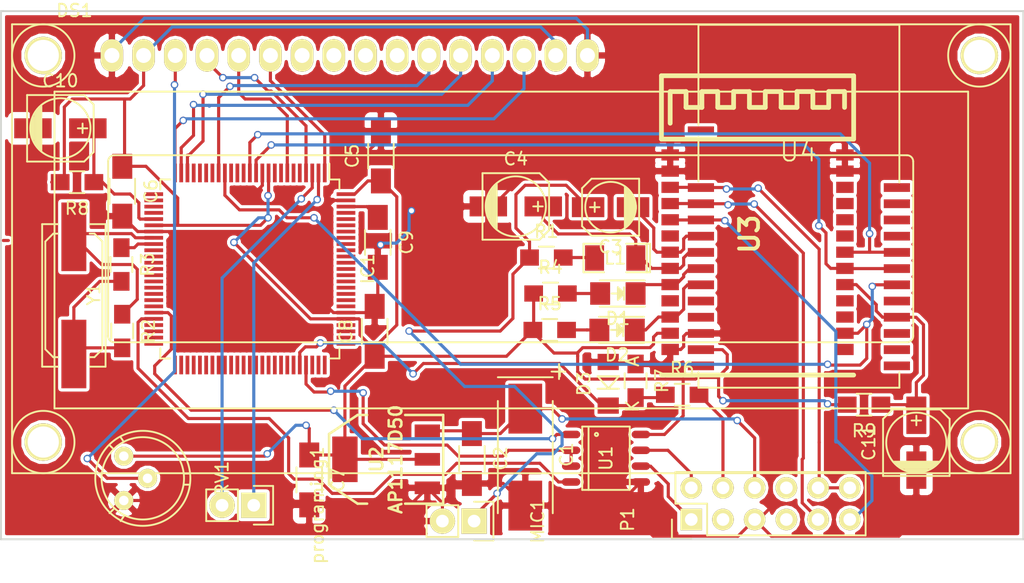
<source format=kicad_pcb>
(kicad_pcb (version 4) (host pcbnew 0.201510140731+6267~30~ubuntu14.04.1-product)
  (layers (0 F.Cu signal) (31 B.Cu signal) (34 B.Paste user) (35 F.Paste user) (36 B.SilkS user) (37 F.SilkS user) (38 B.Mask user) (39 F.Mask user) (44 Edge.Cuts user))
  (net 0 "")
  (net 1 GND)
  (net 2 +12V)
  (net 3 "Net-(C3-Pad1)")
  (net 4 /MIC)
  (net 5 /MIC_BIAS)
  (net 6 +5V)
  (net 7 "Net-(D1-Pad2)")
  (net 8 /LED1)
  (net 9 "Net-(D2-Pad2)")
  (net 10 /LED2)
  (net 11 "Net-(DS1-Pad3)")
  (net 12 "Net-(L1-Pad2)")
  (net 13 /RS485-A)
  (net 14 /RS485-B)
  (net 15 /ENABLE)
  (net 16 /AUXINL)
  (net 17 GNDA)
  (net 18 /AUXINR)
  (net 19 "Net-(R2-Pad2)")
  (net 20 /ENABLE_5V)
  (net 21 /RS485_ENA)
  (net 22 /BT_WAKE)
  (net 23 /BT_RST)
  (net 24 /BT_TX)
  (net 25 /BT_RX)
  (net 26 /ARD_AREF)
  (net 27 /LCD_RS)
  (net 28 /LCD_RW)
  (net 29 /LCD_E)
  (net 30 /LCD_D4)
  (net 31 /LCD_D5)
  (net 32 /LCD_D6)
  (net 33 /LCD_D7)
  (net 34 "Net-(IC1-Pad33)")
  (net 35 "Net-(IC1-Pad34)")
  (net 36 /RS485_R0)
  (net 37 /RS485_DI)
  (net 38 /RX0)
  (net 39 /TX0)
  (net 40 /ARD_RESET)
  (module Capacitors_Tantalum_SMD:TantalC_SizeD_EIA-7343_HandSoldering (layer F.Cu) (at 224.8916 90.6272 270)
    (fp_text reference C1 (at -0.20066 -3.29946 270) (layer F.SilkS))
    (fp_text value 47u/25V)
    (fp_text user + (at -6.85546 -2.70002 270) (layer F.SilkS))
    (pad 2 smd rect (at 3.88874 0 270) (size 4.0005 2.70002) (layers F.Cu F.Paste F.Mask) (net 1 GND))
    (pad 1 smd rect (at -3.88874 0 270) (size 4.0005 2.70002) (layers F.Cu F.Paste F.Mask) (net 2 +12V))
  )
  (module Capacitors_SMD:C_1206_HandSoldering (layer F.Cu) (at 220.6117 90.7415 270)
    (fp_text reference C2 (at 0 -2.3 270) (layer F.SilkS))
    (fp_text value 100n/50V)
    (pad 1 smd rect (at -2 0 270) (size 2 1.6) (layers F.Cu F.Paste F.Mask) (net 2 +12V))
    (pad 2 smd rect (at 2 0 270) (size 2 1.6) (layers F.Cu F.Paste F.Mask) (net 1 GND))
  )
  (module Capacitors_SMD:c_elec_4x5.3 (layer F.Cu) (at 231.7242 70.5866 180)
    (fp_text reference C3 (at 0 -3.175 180) (layer F.SilkS))
    (fp_text value 1uf/10V)
    (pad 1 smd rect (at 1.80086 0 180) (size 2.60096 1.6002) (layers F.Cu F.Paste F.Mask) (net 3 "Net-(C3-Pad1)"))
    (pad 2 smd rect (at -1.80086 0 180) (size 2.60096 1.6002) (layers F.Cu F.Paste F.Mask) (net 4 /MIC))
  )
  (module Capacitors_SMD:c_elec_5x5.3 (layer F.Cu) (at 224.1296 70.52564)
    (fp_text reference C4 (at 0 -3.81) (layer F.SilkS))
    (fp_text value 4u7/10V)
    (pad 1 smd rect (at 2.19964 0) (size 2.99974 1.6002) (layers F.Cu F.Paste F.Mask) (net 5 /MIC_BIAS))
    (pad 2 smd rect (at -2.19964 0) (size 2.99974 1.6002) (layers F.Cu F.Paste F.Mask) (net 1 GND))
  )
  (module Capacitors_SMD:C_1206_HandSoldering (layer F.Cu) (at 213.32444 66.48196 90)
    (fp_text reference C5 (at 0 -2.3 90) (layer F.SilkS))
    (fp_text value 100n/50V)
    (pad 1 smd rect (at -2 0 90) (size 2 1.6) (layers F.Cu F.Paste F.Mask) (net 6 +5V))
    (pad 2 smd rect (at 2 0 90) (size 2 1.6) (layers F.Cu F.Paste F.Mask) (net 1 GND))
  )
  (module Capacitors_SMD:C_1206_HandSoldering (layer F.Cu) (at 192.60312 69.30644 270)
    (fp_text reference C6 (at 0 -2.3 270) (layer F.SilkS))
    (fp_text value 100n/50V)
    (pad 1 smd rect (at -2 0 270) (size 2 1.6) (layers F.Cu F.Paste F.Mask) (net 6 +5V))
    (pad 2 smd rect (at 2 0 270) (size 2 1.6) (layers F.Cu F.Paste F.Mask) (net 1 GND))
  )
  (module Capacitors_SMD:C_1206_HandSoldering (layer F.Cu) (at 207.5815 92.456 270)
    (fp_text reference C7 (at 0 -2.3 270) (layer F.SilkS))
    (fp_text value 100n/50V)
    (pad 1 smd rect (at -2 0 270) (size 2 1.6) (layers F.Cu F.Paste F.Mask) (net 6 +5V))
    (pad 2 smd rect (at 2 0 270) (size 2 1.6) (layers F.Cu F.Paste F.Mask) (net 1 GND))
  )
  (module Capacitors_SMD:C_1206_HandSoldering (layer F.Cu) (at 212.823 80.541 90)
    (fp_text reference C8 (at 0 -2.3 90) (layer F.SilkS))
    (fp_text value 100n/50V)
    (pad 1 smd rect (at -2 0 90) (size 2 1.6) (layers F.Cu F.Paste F.Mask) (net 6 +5V))
    (pad 2 smd rect (at 2 0 90) (size 2 1.6) (layers F.Cu F.Paste F.Mask) (net 1 GND))
  )
  (module Capacitors_SMD:C_1206_HandSoldering (layer F.Cu) (at 213.07298 73.406 270)
    (fp_text reference C9 (at 0 -2.3 270) (layer F.SilkS))
    (fp_text value 100n/50V)
    (pad 1 smd rect (at -2 0 270) (size 2 1.6) (layers F.Cu F.Paste F.Mask) (net 26 /ARD_AREF))
    (pad 2 smd rect (at 2 0 270) (size 2 1.6) (layers F.Cu F.Paste F.Mask) (net 1 GND))
  )
  (module LEDs:LED-1206 (layer F.Cu) (at 232.3084 77.5081 180)
    (fp_text reference D1 (at 0 -2 180) (layer F.SilkS))
    (fp_text value GREEN)
    (pad 2 smd rect (at 1.41986 0) (size 1.59766 1.80086) (layers F.Cu F.Paste F.Mask) (net 7 "Net-(D1-Pad2)"))
    (pad 1 smd rect (at -1.41986 0) (size 1.59766 1.80086) (layers F.Cu F.Paste F.Mask) (net 8 /LED1))
  )
  (module LEDs:LED-1206 (layer F.Cu) (at 232.2449 80.4291 180)
    (fp_text reference D2 (at 0 -2 180) (layer F.SilkS))
    (fp_text value RED)
    (pad 2 smd rect (at 1.41986 0) (size 1.59766 1.80086) (layers F.Cu F.Paste F.Mask) (net 9 "Net-(D2-Pad2)"))
    (pad 1 smd rect (at -1.41986 0) (size 1.59766 1.80086) (layers F.Cu F.Paste F.Mask) (net 10 /LED2))
  )
  (module WC1602A (layer F.Cu) (at 191.77 58.42)
    (fp_text reference DS1 (at -2.99974 -3.59918) (layer F.SilkS))
    (fp_text value LCD-016N002L)
    (pad 1 thru_hole oval (at 0 0) (size 1.8 2.6) (drill 1.2) (layers *.Cu *.Mask F.SilkS) (net 1 GND))
    (pad 2 thru_hole oval (at 2.54 0) (size 1.8 2.6) (drill 1.2) (layers *.Cu *.Mask F.SilkS) (net 6 +5V))
    (pad 3 thru_hole oval (at 5.08 0) (size 1.8 2.6) (drill 1.2) (layers *.Cu *.Mask F.SilkS) (net 11 "Net-(DS1-Pad3)"))
    (pad 4 thru_hole oval (at 7.62 0) (size 1.8 2.6) (drill 1.2) (layers *.Cu *.Mask F.SilkS) (net 27 /LCD_RS))
    (pad 5 thru_hole oval (at 10.16 0) (size 1.8 2.6) (drill 1.2) (layers *.Cu *.Mask F.SilkS) (net 28 /LCD_RW))
    (pad 6 thru_hole oval (at 12.7 0) (size 1.8 2.6) (drill 1.2) (layers *.Cu *.Mask F.SilkS) (net 29 /LCD_E))
    (pad 7 thru_hole oval (at 15.24 0) (size 1.8 2.6) (drill 1.2) (layers *.Cu *.Mask F.SilkS))
    (pad 8 thru_hole oval (at 17.78 0) (size 1.8 2.6) (drill 1.2) (layers *.Cu *.Mask F.SilkS))
    (pad 9 thru_hole oval (at 20.32 0) (size 1.8 2.6) (drill 1.2) (layers *.Cu *.Mask F.SilkS))
    (pad 10 thru_hole oval (at 22.86 0) (size 1.8 2.6) (drill 1.2) (layers *.Cu *.Mask F.SilkS))
    (pad 11 thru_hole oval (at 25.4 0) (size 1.8 2.6) (drill 1.2) (layers *.Cu *.Mask F.SilkS) (net 30 /LCD_D4))
    (pad 12 thru_hole oval (at 27.94 0) (size 1.8 2.6) (drill 1.2) (layers *.Cu *.Mask F.SilkS) (net 31 /LCD_D5))
    (pad 13 thru_hole oval (at 30.48 0) (size 1.8 2.6) (drill 1.2) (layers *.Cu *.Mask F.SilkS) (net 32 /LCD_D6))
    (pad 14 thru_hole oval (at 33.02 0) (size 1.8 2.6) (drill 1.2) (layers *.Cu *.Mask F.SilkS) (net 33 /LCD_D7))
    (pad 15 thru_hole oval (at 35.56 0) (size 1.8 2.6) (drill 1.2) (layers *.Cu *.Mask F.SilkS) (net 6 +5V))
    (pad 16 thru_hole oval (at 38.1 0) (size 1.8 2.6) (drill 1.2) (layers *.Cu *.Mask F.SilkS) (net 1 GND))
    (pad 0 thru_hole circle (at -5.4991 0) (size 3 3) (drill 2.5) (layers *.Cu *.Mask F.SilkS))
    (pad 0 thru_hole circle (at -5.4991 31.0007) (size 3 3) (drill 2.5) (layers *.Cu *.Mask F.SilkS))
    (pad 0 thru_hole circle (at 69.49948 31.0007) (size 3 3) (drill 2.5) (layers *.Cu *.Mask F.SilkS))
    (pad 0 thru_hole circle (at 69.49948 0) (size 3 3) (drill 2.5) (layers *.Cu *.Mask F.SilkS))
  )
  (module SMD_Packages:SMD-1206_Pol (layer F.Cu) (at 232.0925 74.66076 180)
    (fp_text reference L1 (at 0 0 180) (layer F.SilkS))
    (fp_text value 15nH)
    (pad 1 smd rect (at -1.651 0 180) (size 1.524 2.032) (layers F.Cu F.Paste F.Mask) (net 5 /MIC_BIAS))
    (pad 2 smd rect (at 1.651 0 180) (size 1.524 2.032) (layers F.Cu F.Paste F.Mask) (net 12 "Net-(L1-Pad2)"))
  )
  (module Pin_Headers:Pin_Header_Straight_1x02 (layer F.Cu) (at 220.7895 95.758 270)
    (fp_text reference MIC1 (at 0 -5.1 270) (layer F.SilkS))
    (fp_text value CONN_01X02)
    (pad 1 thru_hole rect (at 0 0 270) (size 2.032 2.032) (drill 1.016) (layers *.Cu *.Mask F.SilkS) (net 3 "Net-(C3-Pad1)"))
    (pad 2 thru_hole oval (at 0 2.54 270) (size 2.032 2.032) (drill 1.016) (layers *.Cu *.Mask F.SilkS) (net 1 GND))
  )
  (module Pin_Headers:Pin_Header_Straight_2x06 (layer F.Cu) (at 238.1885 95.631 90)
    (fp_text reference P1 (at 0 -5.1 90) (layer F.SilkS))
    (fp_text value CONN_02X06)
    (pad 1 thru_hole rect (at 0 0 90) (size 1.7272 1.7272) (drill 1.016) (layers *.Cu *.Mask F.SilkS) (net 13 /RS485-A))
    (pad 2 thru_hole oval (at 2.54 0 90) (size 1.7272 1.7272) (drill 1.016) (layers *.Cu *.Mask F.SilkS) (net 14 /RS485-B))
    (pad 3 thru_hole oval (at 0 2.54 90) (size 1.7272 1.7272) (drill 1.016) (layers *.Cu *.Mask F.SilkS))
    (pad 4 thru_hole oval (at 2.54 2.54 90) (size 1.7272 1.7272) (drill 1.016) (layers *.Cu *.Mask F.SilkS) (net 15 /ENABLE))
    (pad 5 thru_hole oval (at 0 5.08 90) (size 1.7272 1.7272) (drill 1.016) (layers *.Cu *.Mask F.SilkS) (net 1 GND))
    (pad 6 thru_hole oval (at 2.54 5.08 90) (size 1.7272 1.7272) (drill 1.016) (layers *.Cu *.Mask F.SilkS) (net 2 +12V))
    (pad 7 thru_hole oval (at 0 7.62 90) (size 1.7272 1.7272) (drill 1.016) (layers *.Cu *.Mask F.SilkS))
    (pad 8 thru_hole oval (at 2.54 7.62 90) (size 1.7272 1.7272) (drill 1.016) (layers *.Cu *.Mask F.SilkS))
    (pad 9 thru_hole oval (at 0 10.16 90) (size 1.7272 1.7272) (drill 1.016) (layers *.Cu *.Mask F.SilkS) (net 16 /AUXINL))
    (pad 10 thru_hole oval (at 2.54 10.16 90) (size 1.7272 1.7272) (drill 1.016) (layers *.Cu *.Mask F.SilkS) (net 17 GNDA))
    (pad 11 thru_hole oval (at 0 12.7 90) (size 1.7272 1.7272) (drill 1.016) (layers *.Cu *.Mask F.SilkS) (net 18 /AUXINR))
    (pad 12 thru_hole oval (at 2.54 12.7 90) (size 1.7272 1.7272) (drill 1.016) (layers *.Cu *.Mask F.SilkS) (net 17 GNDA))
  )
  (module Resistors_SMD:R_0805_HandSoldering (layer F.Cu) (at 226.5807 74.6252)
    (fp_text reference R1 (at 0 -2.1) (layer F.SilkS))
    (fp_text value 2k7)
    (pad 1 smd rect (at -1.35 0) (size 1.5 1.3) (layers F.Cu F.Paste F.Mask) (net 3 "Net-(C3-Pad1)"))
    (pad 2 smd rect (at 1.35 0) (size 1.5 1.3) (layers F.Cu F.Paste F.Mask) (net 12 "Net-(L1-Pad2)"))
  )
  (module Resistors_SMD:R_0805_HandSoldering (layer F.Cu) (at 192.5955 80.518 270)
    (fp_text reference R2 (at 0 -2.1 270) (layer F.SilkS))
    (fp_text value 1M)
    (pad 1 smd rect (at -1.35 0 270) (size 1.5 1.3) (layers F.Cu F.Paste F.Mask) (net 34 "Net-(IC1-Pad33)"))
    (pad 2 smd rect (at 1.35 0 270) (size 1.5 1.3) (layers F.Cu F.Paste F.Mask) (net 19 "Net-(R2-Pad2)"))
  )
  (module Resistors_SMD:R_0805_HandSoldering (layer F.Cu) (at 192.532 75.184 270)
    (fp_text reference R3 (at 0 -2.1 270) (layer F.SilkS))
    (fp_text value 27R)
    (pad 1 smd rect (at -1.35 0 270) (size 1.5 1.3) (layers F.Cu F.Paste F.Mask) (net 35 "Net-(IC1-Pad34)"))
    (pad 2 smd rect (at 1.35 0 270) (size 1.5 1.3) (layers F.Cu F.Paste F.Mask) (net 19 "Net-(R2-Pad2)"))
  )
  (module Resistors_SMD:R_0805_HandSoldering (layer F.Cu) (at 226.9109 77.5081)
    (fp_text reference R4 (at 0 -2.1) (layer F.SilkS))
    (fp_text value 470)
    (pad 1 smd rect (at -1.35 0) (size 1.5 1.3) (layers F.Cu F.Paste F.Mask) (net 6 +5V))
    (pad 2 smd rect (at 1.35 0) (size 1.5 1.3) (layers F.Cu F.Paste F.Mask) (net 7 "Net-(D1-Pad2)"))
  )
  (module Resistors_SMD:R_0805_HandSoldering (layer F.Cu) (at 226.8474 80.4291)
    (fp_text reference R5 (at 0 -2.1) (layer F.SilkS))
    (fp_text value 470)
    (pad 1 smd rect (at -1.35 0) (size 1.5 1.3) (layers F.Cu F.Paste F.Mask) (net 6 +5V))
    (pad 2 smd rect (at 1.35 0) (size 1.5 1.3) (layers F.Cu F.Paste F.Mask) (net 9 "Net-(D2-Pad2)"))
  )
  (module Resistors_SMD:R_0805_HandSoldering (layer F.Cu) (at 237.45952 85.62848)
    (fp_text reference R6 (at 0 -2.1) (layer F.SilkS))
    (fp_text value 6k8)
    (pad 1 smd rect (at -1.35 0) (size 1.5 1.3) (layers F.Cu F.Paste F.Mask) (net 20 /ENABLE_5V))
    (pad 2 smd rect (at 1.35 0) (size 1.5 1.3) (layers F.Cu F.Paste F.Mask) (net 15 /ENABLE))
  )
  (module Resistors_SMD:R_0805_HandSoldering (layer F.Cu) (at 233.72826 84.50834 270)
    (fp_text reference R7 (at 0 -2.1 270) (layer F.SilkS))
    (fp_text value 4k7)
    (pad 1 smd rect (at -1.35 0 270) (size 1.5 1.3) (layers F.Cu F.Paste F.Mask) (net 1 GND))
    (pad 2 smd rect (at 1.35 0 270) (size 1.5 1.3) (layers F.Cu F.Paste F.Mask) (net 20 /ENABLE_5V))
  )
  (module Potentiometers:Potentiometer_Bourns_3339H_Angular_ScrewUp (layer F.Cu) (at 192.7225 90.551 270)
    (fp_text reference RV1 (at 1.778 -7.874 270) (layer F.SilkS))
    (fp_text value 1k)
    (pad 2 thru_hole circle (at 1.778 -1.905 270) (size 1.524 1.524) (drill 0.762) (layers *.Cu *.Mask F.SilkS) (net 11 "Net-(DS1-Pad3)"))
    (pad 1 thru_hole circle (at 0 0 270) (size 1.524 1.524) (drill 0.762) (layers *.Cu *.Mask F.SilkS) (net 6 +5V))
    (pad 3 thru_hole circle (at 3.556 0 270) (size 1.524 1.524) (drill 0.762) (layers *.Cu *.Mask F.SilkS) (net 1 GND))
  )
  (module SO-8 (layer F.Cu) (at 231.3559 90.7161 270)
    (fp_text reference U1 (at 0 0 270) (layer F.SilkS))
    (fp_text value SP3485CN)
    (pad 1 smd oval (at -1.905 2.794 270) (size 0.6096 1.4732) (layers F.Cu F.Paste F.Mask) (net 36 /RS485_R0))
    (pad 2 smd oval (at -0.635 2.794 270) (size 0.6096 1.4732) (layers F.Cu F.Paste F.Mask) (net 21 /RS485_ENA))
    (pad 3 smd oval (at 0.635 2.794 270) (size 0.6096 1.4732) (layers F.Cu F.Paste F.Mask) (net 21 /RS485_ENA))
    (pad 4 smd oval (at 1.905 2.794 270) (size 0.6096 1.4732) (layers F.Cu F.Paste F.Mask) (net 37 /RS485_DI))
    (pad 5 smd oval (at 1.905 -2.794 270) (size 0.6096 1.4732) (layers F.Cu F.Paste F.Mask) (net 1 GND))
    (pad 6 smd oval (at 0.635 -2.794 270) (size 0.6096 1.4732) (layers F.Cu F.Paste F.Mask) (net 13 /RS485-A))
    (pad 7 smd oval (at -0.635 -2.794 270) (size 0.6096 1.4732) (layers F.Cu F.Paste F.Mask) (net 14 /RS485-B))
    (pad 8 smd oval (at -1.905 -2.794 270) (size 0.6096 1.4732) (layers F.Cu F.Paste F.Mask) (net 6 +5V))
  )
  (module my_modules:SOT-223-REGULATOR (layer F.Cu) (at 213.741 90.805 90)
    (fp_text reference U2 (at 0 -0.762 90) (layer F.SilkS) (effects (font (size 1.016 1.016) (thickness 0.2032))))
    (fp_text value AP1117D50 (at 0 0.762 90) (layer F.SilkS) (effects (font (size 1.016 1.016) (thickness 0.2032))))
    (pad VO smd rect (at 0 -3.302 90) (size 3.6576 2.032) (layers F.Cu F.Paste F.Mask) (net 6 +5V))
    (pad VO smd rect (at 0 3.302 90) (size 1.016 2.032) (layers F.Cu F.Paste F.Mask) (net 6 +5V))
    (pad VI smd rect (at 2.286 3.302 90) (size 1.016 2.032) (layers F.Cu F.Paste F.Mask) (net 2 +12V))
    (pad GND smd rect (at -2.286 3.302 90) (size 1.016 2.032) (layers F.Cu F.Paste F.Mask) (net 1 GND))
  )
  (module my_modules:BLK-MD-SPK-B (layer F.Cu) (at 235.2294 60.0456)
    (fp_text reference U3 (at 7.62 12.7 90) (layer F.SilkS) (effects (font (thickness 0.3048))))
    (fp_text value BLK-MD-SPK-B)
    (pad 1 smd rect (at 1.27 6.35 180) (size 1.4 0.9) (layers F.Cu F.Paste F.Mask) (net 1 GND))
    (pad 2 smd rect (at 1.27 7.65 180) (size 1.4 0.9) (layers F.Cu F.Paste F.Mask) (net 1 GND))
    (pad 3 smd rect (at 1.27 8.95 180) (size 1.4 0.9) (layers F.Cu F.Paste F.Mask) (net 17 GNDA))
    (pad 4 smd rect (at 1.27 10.25 180) (size 1.4 0.9) (layers F.Cu F.Paste F.Mask) (net 16 /AUXINL))
    (pad 5 smd rect (at 1.27 11.55 180) (size 1.4 0.9) (layers F.Cu F.Paste F.Mask) (net 18 /AUXINR))
    (pad 6 smd rect (at 1.27 12.85 180) (size 1.4 0.9) (layers F.Cu F.Paste F.Mask))
    (pad 7 smd rect (at 1.27 14.15 180) (size 1.4 0.9) (layers F.Cu F.Paste F.Mask) (net 4 /MIC))
    (pad 8 smd rect (at 1.27 15.45 180) (size 1.4 0.9) (layers F.Cu F.Paste F.Mask) (net 5 /MIC_BIAS))
    (pad 9 smd rect (at 1.27 16.75 180) (size 1.4 0.9) (layers F.Cu F.Paste F.Mask) (net 8 /LED1))
    (pad 10 smd rect (at 1.27 18.05 180) (size 1.4 0.9) (layers F.Cu F.Paste F.Mask))
    (pad 11 smd rect (at 1.27 19.35 180) (size 1.4 0.9) (layers F.Cu F.Paste F.Mask) (net 10 /LED2))
    (pad 12 smd rect (at 1.27 20.65 180) (size 1.4 0.9) (layers F.Cu F.Paste F.Mask) (net 6 +5V))
    (pad 13 smd rect (at 1.27 21.95 180) (size 1.4 0.9) (layers F.Cu F.Paste F.Mask) (net 1 GND))
    (pad 14 smd rect (at 15.27 21.95 180) (size 1.4 0.9) (layers F.Cu F.Paste F.Mask))
    (pad 15 smd rect (at 15.27 20.65 180) (size 1.4 0.9) (layers F.Cu F.Paste F.Mask) (net 22 /BT_WAKE))
    (pad 16 smd rect (at 15.27 19.35 180) (size 1.4 0.9) (layers F.Cu F.Paste F.Mask))
    (pad 17 smd rect (at 15.27 18.05 180) (size 1.4 0.9) (layers F.Cu F.Paste F.Mask))
    (pad 18 smd rect (at 15.27 16.75 180) (size 1.4 0.9) (layers F.Cu F.Paste F.Mask) (net 23 /BT_RST))
    (pad 19 smd rect (at 15.27 15.45 180) (size 1.4 0.9) (layers F.Cu F.Paste F.Mask) (net 24 /BT_TX))
    (pad 20 smd rect (at 15.27 14.15 180) (size 1.4 0.9) (layers F.Cu F.Paste F.Mask) (net 25 /BT_RX))
    (pad 21 smd rect (at 15.27 12.85 180) (size 1.4 0.9) (layers F.Cu F.Paste F.Mask))
    (pad 22 smd rect (at 15.27 11.55 180) (size 1.4 0.9) (layers F.Cu F.Paste F.Mask))
    (pad 23 smd rect (at 15.27 10.25 180) (size 1.4 0.9) (layers F.Cu F.Paste F.Mask))
    (pad 24 smd rect (at 15.27 8.95 180) (size 1.4 0.9) (layers F.Cu F.Paste F.Mask))
    (pad 25 smd rect (at 15.27 7.65 180) (size 1.4 0.9) (layers F.Cu F.Paste F.Mask) (net 1 GND))
    (pad 26 smd rect (at 15.27 6.35 180) (size 1.4 0.9) (layers F.Cu F.Paste F.Mask) (net 1 GND))
  )
  (module my_modules:XS3868 (layer F.Cu) (at 238.9624 84.8616)
    (fp_text reference U4 (at 7.8 -18.7) (layer F.SilkS) (effects (font (size 1.5 1.5))))
    (fp_text value XS3860)
    (pad 1 smd rect (at 0 -20.4) (size 2.1 0.7) (layers F.Cu F.Paste F.Mask))
    (pad 2 smd rect (at 0 -15.85) (size 2.1 0.7) (layers F.Cu F.Paste F.Mask) (net 17 GNDA))
    (pad 3 smd rect (at 0 -14.55) (size 2.1 0.7) (layers F.Cu F.Paste F.Mask) (net 16 /AUXINL))
    (pad 4 smd rect (at 0 -13.25) (size 2.1 0.7) (layers F.Cu F.Paste F.Mask) (net 18 /AUXINR))
    (pad 5 smd rect (at 0 -11.95) (size 2.1 0.7) (layers F.Cu F.Paste F.Mask) (net 4 /MIC))
    (pad 6 smd rect (at 0 -10.65) (size 2.1 0.7) (layers F.Cu F.Paste F.Mask) (net 5 /MIC_BIAS))
    (pad 7 smd rect (at 0 -9.35) (size 2.1 0.7) (layers F.Cu F.Paste F.Mask) (net 8 /LED1))
    (pad 8 smd rect (at 0 -8.05) (size 2.1 0.7) (layers F.Cu F.Paste F.Mask) (net 10 /LED2))
    (pad 9 smd rect (at 0 -6.75) (size 2.1 0.7) (layers F.Cu F.Paste F.Mask))
    (pad 10 smd rect (at 0 -5.45) (size 2.1 0.7) (layers F.Cu F.Paste F.Mask))
    (pad 11 smd rect (at 0 -4.15) (size 2.1 0.7) (layers F.Cu F.Paste F.Mask) (net 1 GND))
    (pad 12 smd rect (at 0 -2.85) (size 2.1 0.7) (layers F.Cu F.Paste F.Mask) (net 6 +5V))
    (pad 13 smd rect (at 0 -1.55) (size 2.1 0.7) (layers F.Cu F.Paste F.Mask))
    (pad 25 smd rect (at 15.7 -15.85) (size 2.1 0.7) (layers F.Cu F.Paste F.Mask))
    (pad 24 smd rect (at 15.7 -14.55) (size 2.1 0.7) (layers F.Cu F.Paste F.Mask))
    (pad 23 smd rect (at 15.7 -13.25) (size 2.1 0.7) (layers F.Cu F.Paste F.Mask))
    (pad 22 smd rect (at 15.7 -11.95) (size 2.1 0.7) (layers F.Cu F.Paste F.Mask))
    (pad 21 smd rect (at 15.7 -10.65) (size 2.1 0.7) (layers F.Cu F.Paste F.Mask) (net 25 /BT_RX))
    (pad 20 smd rect (at 15.7 -9.35) (size 2.1 0.7) (layers F.Cu F.Paste F.Mask) (net 24 /BT_TX))
    (pad 19 smd rect (at 15.7 -8.05) (size 2.1 0.7) (layers F.Cu F.Paste F.Mask) (net 22 /BT_WAKE))
    (pad 18 smd rect (at 15.7 -6.75) (size 2.1 0.7) (layers F.Cu F.Paste F.Mask))
    (pad 17 smd rect (at 15.7 -5.45) (size 2.1 0.7) (layers F.Cu F.Paste F.Mask) (net 23 /BT_RST))
    (pad 16 smd rect (at 15.7 -4.15) (size 2.1 0.7) (layers F.Cu F.Paste F.Mask))
    (pad 15 smd rect (at 15.7 -2.85) (size 2.1 0.7) (layers F.Cu F.Paste F.Mask))
    (pad 14 smd rect (at 15.7 -1.55) (size 2.1 0.7) (layers F.Cu F.Paste F.Mask))
  )
  (module Crystals_Oscillators_SMD:Q_49U3HMS (layer F.Cu) (at 188.722 77.6605 270)
    (fp_text reference Y1 (at -0.1 -1.6 270) (layer F.SilkS))
    (fp_text value 16MHz)
    (pad 1 smd rect (at -4.699 0 270) (size 5.4991 1.99898) (layers F.Cu F.Paste F.Mask) (net 34 "Net-(IC1-Pad33)"))
    (pad 2 smd rect (at 4.699 0 270) (size 5.4991 1.99898) (layers F.Cu F.Paste F.Mask) (net 19 "Net-(R2-Pad2)"))
  )
  (module Housings_QFP:TQFP-100_14x14mm_Pitch0.5mm (layer F.Cu) (at 202.823 75.541 270)
    (fp_text reference IC1 (at 0 -9.45 270) (layer F.SilkS))
    (fp_text value ATMEGA2560-A)
    (pad 1 smd rect (at -7.7 -6 270) (size 1.5 0.3) (layers F.Cu F.Paste F.Mask) (net 29 /LCD_E))
    (pad 2 smd rect (at -7.7 -5.5 270) (size 1.5 0.3) (layers F.Cu F.Paste F.Mask) (net 38 /RX0))
    (pad 3 smd rect (at -7.7 -5 270) (size 1.5 0.3) (layers F.Cu F.Paste F.Mask) (net 39 /TX0))
    (pad 4 smd rect (at -7.7 -4.5 270) (size 1.5 0.3) (layers F.Cu F.Paste F.Mask) (net 27 /LCD_RS))
    (pad 5 smd rect (at -7.7 -4 270) (size 1.5 0.3) (layers F.Cu F.Paste F.Mask))
    (pad 6 smd rect (at -7.7 -3.5 270) (size 1.5 0.3) (layers F.Cu F.Paste F.Mask))
    (pad 7 smd rect (at -7.7 -3 270) (size 1.5 0.3) (layers F.Cu F.Paste F.Mask) (net 28 /LCD_RW))
    (pad 8 smd rect (at -7.7 -2.5 270) (size 1.5 0.3) (layers F.Cu F.Paste F.Mask))
    (pad 9 smd rect (at -7.7 -2 270) (size 1.5 0.3) (layers F.Cu F.Paste F.Mask))
    (pad 10 smd rect (at -7.7 -1.5 270) (size 1.5 0.3) (layers F.Cu F.Paste F.Mask) (net 6 +5V))
    (pad 11 smd rect (at -7.7 -1 270) (size 1.5 0.3) (layers F.Cu F.Paste F.Mask) (net 1 GND))
    (pad 12 smd rect (at -7.7 -0.5 270) (size 1.5 0.3) (layers F.Cu F.Paste F.Mask) (net 24 /BT_TX))
    (pad 13 smd rect (at -7.7 0 270) (size 1.5 0.3) (layers F.Cu F.Paste F.Mask) (net 25 /BT_RX))
    (pad 14 smd rect (at -7.7 0.5 270) (size 1.5 0.3) (layers F.Cu F.Paste F.Mask))
    (pad 15 smd rect (at -7.7 1 270) (size 1.5 0.3) (layers F.Cu F.Paste F.Mask))
    (pad 16 smd rect (at -7.7 1.5 270) (size 1.5 0.3) (layers F.Cu F.Paste F.Mask))
    (pad 17 smd rect (at -7.7 2 270) (size 1.5 0.3) (layers F.Cu F.Paste F.Mask) (net 22 /BT_WAKE))
    (pad 18 smd rect (at -7.7 2.5 270) (size 1.5 0.3) (layers F.Cu F.Paste F.Mask) (net 30 /LCD_D4))
    (pad 19 smd rect (at -7.7 3 270) (size 1.5 0.3) (layers F.Cu F.Paste F.Mask))
    (pad 20 smd rect (at -7.7 3.5 270) (size 1.5 0.3) (layers F.Cu F.Paste F.Mask))
    (pad 21 smd rect (at -7.7 4 270) (size 1.5 0.3) (layers F.Cu F.Paste F.Mask))
    (pad 22 smd rect (at -7.7 4.5 270) (size 1.5 0.3) (layers F.Cu F.Paste F.Mask))
    (pad 23 smd rect (at -7.7 5 270) (size 1.5 0.3) (layers F.Cu F.Paste F.Mask) (net 31 /LCD_D5))
    (pad 24 smd rect (at -7.7 5.5 270) (size 1.5 0.3) (layers F.Cu F.Paste F.Mask) (net 32 /LCD_D6))
    (pad 25 smd rect (at -7.7 6 270) (size 1.5 0.3) (layers F.Cu F.Paste F.Mask) (net 33 /LCD_D7))
    (pad 26 smd rect (at -6 7.7) (size 1.5 0.3) (layers F.Cu F.Paste F.Mask))
    (pad 27 smd rect (at -5.5 7.7) (size 1.5 0.3) (layers F.Cu F.Paste F.Mask))
    (pad 28 smd rect (at -5 7.7) (size 1.5 0.3) (layers F.Cu F.Paste F.Mask))
    (pad 29 smd rect (at -4.5 7.7) (size 1.5 0.3) (layers F.Cu F.Paste F.Mask))
    (pad 30 smd rect (at -4 7.7) (size 1.5 0.3) (layers F.Cu F.Paste F.Mask) (net 40 /ARD_RESET))
    (pad 31 smd rect (at -3.5 7.7) (size 1.5 0.3) (layers F.Cu F.Paste F.Mask) (net 6 +5V))
    (pad 32 smd rect (at -3 7.7) (size 1.5 0.3) (layers F.Cu F.Paste F.Mask) (net 1 GND))
    (pad 33 smd rect (at -2.5 7.7) (size 1.5 0.3) (layers F.Cu F.Paste F.Mask) (net 34 "Net-(IC1-Pad33)"))
    (pad 34 smd rect (at -2 7.7) (size 1.5 0.3) (layers F.Cu F.Paste F.Mask) (net 35 "Net-(IC1-Pad34)"))
    (pad 35 smd rect (at -1.5 7.7) (size 1.5 0.3) (layers F.Cu F.Paste F.Mask))
    (pad 36 smd rect (at -1 7.7) (size 1.5 0.3) (layers F.Cu F.Paste F.Mask))
    (pad 37 smd rect (at -0.5 7.7) (size 1.5 0.3) (layers F.Cu F.Paste F.Mask))
    (pad 38 smd rect (at 0 7.7) (size 1.5 0.3) (layers F.Cu F.Paste F.Mask))
    (pad 39 smd rect (at 0.5 7.7) (size 1.5 0.3) (layers F.Cu F.Paste F.Mask))
    (pad 40 smd rect (at 1 7.7) (size 1.5 0.3) (layers F.Cu F.Paste F.Mask))
    (pad 41 smd rect (at 1.5 7.7) (size 1.5 0.3) (layers F.Cu F.Paste F.Mask))
    (pad 42 smd rect (at 2 7.7) (size 1.5 0.3) (layers F.Cu F.Paste F.Mask))
    (pad 43 smd rect (at 2.5 7.7) (size 1.5 0.3) (layers F.Cu F.Paste F.Mask))
    (pad 44 smd rect (at 3 7.7) (size 1.5 0.3) (layers F.Cu F.Paste F.Mask))
    (pad 45 smd rect (at 3.5 7.7) (size 1.5 0.3) (layers F.Cu F.Paste F.Mask) (net 36 /RS485_R0))
    (pad 46 smd rect (at 4 7.7) (size 1.5 0.3) (layers F.Cu F.Paste F.Mask) (net 37 /RS485_DI))
    (pad 47 smd rect (at 4.5 7.7) (size 1.5 0.3) (layers F.Cu F.Paste F.Mask))
    (pad 48 smd rect (at 5 7.7) (size 1.5 0.3) (layers F.Cu F.Paste F.Mask))
    (pad 49 smd rect (at 5.5 7.7) (size 1.5 0.3) (layers F.Cu F.Paste F.Mask))
    (pad 50 smd rect (at 6 7.7) (size 1.5 0.3) (layers F.Cu F.Paste F.Mask))
    (pad 51 smd rect (at 7.7 6 270) (size 1.5 0.3) (layers F.Cu F.Paste F.Mask))
    (pad 52 smd rect (at 7.7 5.5 270) (size 1.5 0.3) (layers F.Cu F.Paste F.Mask))
    (pad 53 smd rect (at 7.7 5 270) (size 1.5 0.3) (layers F.Cu F.Paste F.Mask))
    (pad 54 smd rect (at 7.7 4.5 270) (size 1.5 0.3) (layers F.Cu F.Paste F.Mask))
    (pad 55 smd rect (at 7.7 4 270) (size 1.5 0.3) (layers F.Cu F.Paste F.Mask))
    (pad 56 smd rect (at 7.7 3.5 270) (size 1.5 0.3) (layers F.Cu F.Paste F.Mask))
    (pad 57 smd rect (at 7.7 3 270) (size 1.5 0.3) (layers F.Cu F.Paste F.Mask))
    (pad 58 smd rect (at 7.7 2.5 270) (size 1.5 0.3) (layers F.Cu F.Paste F.Mask))
    (pad 59 smd rect (at 7.7 2 270) (size 1.5 0.3) (layers F.Cu F.Paste F.Mask))
    (pad 60 smd rect (at 7.7 1.5 270) (size 1.5 0.3) (layers F.Cu F.Paste F.Mask))
    (pad 61 smd rect (at 7.7 1 270) (size 1.5 0.3) (layers F.Cu F.Paste F.Mask))
    (pad 62 smd rect (at 7.7 0.5 270) (size 1.5 0.3) (layers F.Cu F.Paste F.Mask))
    (pad 63 smd rect (at 7.7 0 270) (size 1.5 0.3) (layers F.Cu F.Paste F.Mask))
    (pad 64 smd rect (at 7.7 -0.5 270) (size 1.5 0.3) (layers F.Cu F.Paste F.Mask))
    (pad 65 smd rect (at 7.7 -1 270) (size 1.5 0.3) (layers F.Cu F.Paste F.Mask))
    (pad 66 smd rect (at 7.7 -1.5 270) (size 1.5 0.3) (layers F.Cu F.Paste F.Mask))
    (pad 67 smd rect (at 7.7 -2 270) (size 1.5 0.3) (layers F.Cu F.Paste F.Mask))
    (pad 68 smd rect (at 7.7 -2.5 270) (size 1.5 0.3) (layers F.Cu F.Paste F.Mask))
    (pad 69 smd rect (at 7.7 -3 270) (size 1.5 0.3) (layers F.Cu F.Paste F.Mask))
    (pad 70 smd rect (at 7.7 -3.5 270) (size 1.5 0.3) (layers F.Cu F.Paste F.Mask))
    (pad 71 smd rect (at 7.7 -4 270) (size 1.5 0.3) (layers F.Cu F.Paste F.Mask) (net 20 /ENABLE_5V))
    (pad 72 smd rect (at 7.7 -4.5 270) (size 1.5 0.3) (layers F.Cu F.Paste F.Mask) (net 21 /RS485_ENA))
    (pad 73 smd rect (at 7.7 -5 270) (size 1.5 0.3) (layers F.Cu F.Paste F.Mask))
    (pad 74 smd rect (at 7.7 -5.5 270) (size 1.5 0.3) (layers F.Cu F.Paste F.Mask))
    (pad 75 smd rect (at 7.7 -6 270) (size 1.5 0.3) (layers F.Cu F.Paste F.Mask))
    (pad 76 smd rect (at 6 -7.7) (size 1.5 0.3) (layers F.Cu F.Paste F.Mask))
    (pad 77 smd rect (at 5.5 -7.7) (size 1.5 0.3) (layers F.Cu F.Paste F.Mask))
    (pad 78 smd rect (at 5 -7.7) (size 1.5 0.3) (layers F.Cu F.Paste F.Mask))
    (pad 79 smd rect (at 4.5 -7.7) (size 1.5 0.3) (layers F.Cu F.Paste F.Mask))
    (pad 80 smd rect (at 4 -7.7) (size 1.5 0.3) (layers F.Cu F.Paste F.Mask) (net 6 +5V))
    (pad 81 smd rect (at 3.5 -7.7) (size 1.5 0.3) (layers F.Cu F.Paste F.Mask) (net 1 GND))
    (pad 82 smd rect (at 3 -7.7) (size 1.5 0.3) (layers F.Cu F.Paste F.Mask))
    (pad 83 smd rect (at 2.5 -7.7) (size 1.5 0.3) (layers F.Cu F.Paste F.Mask))
    (pad 84 smd rect (at 2 -7.7) (size 1.5 0.3) (layers F.Cu F.Paste F.Mask))
    (pad 85 smd rect (at 1.5 -7.7) (size 1.5 0.3) (layers F.Cu F.Paste F.Mask))
    (pad 86 smd rect (at 1 -7.7) (size 1.5 0.3) (layers F.Cu F.Paste F.Mask))
    (pad 87 smd rect (at 0.5 -7.7) (size 1.5 0.3) (layers F.Cu F.Paste F.Mask))
    (pad 88 smd rect (at 0 -7.7) (size 1.5 0.3) (layers F.Cu F.Paste F.Mask))
    (pad 89 smd rect (at -0.5 -7.7) (size 1.5 0.3) (layers F.Cu F.Paste F.Mask))
    (pad 90 smd rect (at -1 -7.7) (size 1.5 0.3) (layers F.Cu F.Paste F.Mask))
    (pad 91 smd rect (at -1.5 -7.7) (size 1.5 0.3) (layers F.Cu F.Paste F.Mask))
    (pad 92 smd rect (at -2 -7.7) (size 1.5 0.3) (layers F.Cu F.Paste F.Mask))
    (pad 93 smd rect (at -2.5 -7.7) (size 1.5 0.3) (layers F.Cu F.Paste F.Mask))
    (pad 94 smd rect (at -3 -7.7) (size 1.5 0.3) (layers F.Cu F.Paste F.Mask))
    (pad 95 smd rect (at -3.5 -7.7) (size 1.5 0.3) (layers F.Cu F.Paste F.Mask))
    (pad 96 smd rect (at -4 -7.7) (size 1.5 0.3) (layers F.Cu F.Paste F.Mask))
    (pad 97 smd rect (at -4.5 -7.7) (size 1.5 0.3) (layers F.Cu F.Paste F.Mask))
    (pad 98 smd rect (at -5 -7.7) (size 1.5 0.3) (layers F.Cu F.Paste F.Mask) (net 26 /ARD_AREF))
    (pad 99 smd rect (at -5.5 -7.7) (size 1.5 0.3) (layers F.Cu F.Paste F.Mask) (net 1 GND))
    (pad 100 smd rect (at -6 -7.7) (size 1.5 0.3) (layers F.Cu F.Paste F.Mask) (net 6 +5V))
  )
  (module Diodes_SMD:MiniMELF_Standard (layer F.Cu) (at 231.5337 84.7471 90)
    (fp_text reference D3 (at 0 -1.95 90) (layer F.SilkS))
    (fp_text value 5V1)
    (fp_text user K (at -1.8 1.95 90) (layer F.SilkS))
    (fp_text user A (at 1.8 1.95 90) (layer F.SilkS))
    (pad 1 smd rect (at -1.75006 0 90) (size 1.30048 1.69926) (layers F.Cu F.Paste F.Mask) (net 20 /ENABLE_5V))
    (pad 2 smd rect (at 1.75006 0 90) (size 1.30048 1.69926) (layers F.Cu F.Paste F.Mask) (net 1 GND))
  )
  (module Capacitors_SMD:c_elec_5x5.3 (layer F.Cu) (at 187.6425 64.262)
    (fp_text reference C10 (at 0 -3.81) (layer F.SilkS))
    (fp_text value 2u2/10V)
    (pad 1 smd rect (at 2.19964 0) (size 2.99974 1.6002) (layers F.Cu F.Paste F.Mask) (net 40 /ARD_RESET))
    (pad 2 smd rect (at -2.19964 0) (size 2.99974 1.6002) (layers F.Cu F.Paste F.Mask) (net 1 GND))
  )
  (module Capacitors_SMD:c_elec_5x5.3 (layer F.Cu) (at 256.2225 89.4715 90)
    (fp_text reference C11 (at 0 -3.81 90) (layer F.SilkS))
    (fp_text value 2u2/10V)
    (pad 1 smd rect (at 2.19964 0 90) (size 2.99974 1.6002) (layers F.Cu F.Paste F.Mask) (net 23 /BT_RST))
    (pad 2 smd rect (at -2.19964 0 90) (size 2.99974 1.6002) (layers F.Cu F.Paste F.Mask) (net 1 GND))
  )
  (module Pin_Headers:Pin_Header_Straight_1x02 (layer F.Cu) (at 203.1365 94.488 270)
    (fp_text reference programing1 (at 0 -5.1 270) (layer F.SilkS))
    (fp_text value CONN_01X02)
    (pad 1 thru_hole rect (at 0 0 270) (size 2.032 2.032) (drill 1.016) (layers *.Cu *.Mask F.SilkS) (net 38 /RX0))
    (pad 2 thru_hole oval (at 0 2.54 270) (size 2.032 2.032) (drill 1.016) (layers *.Cu *.Mask F.SilkS) (net 39 /TX0))
  )
  (module Resistors_SMD:R_0805_HandSoldering (layer F.Cu) (at 188.976 68.58 180)
    (fp_text reference R8 (at 0 -2.1 180) (layer F.SilkS))
    (fp_text value 4k7)
    (pad 1 smd rect (at -1.35 0 180) (size 1.5 1.3) (layers F.Cu F.Paste F.Mask) (net 40 /ARD_RESET))
    (pad 2 smd rect (at 1.35 0 180) (size 1.5 1.3) (layers F.Cu F.Paste F.Mask) (net 6 +5V))
  )
  (module Resistors_SMD:R_0805_HandSoldering (layer F.Cu) (at 252.0315 86.4235 180)
    (fp_text reference R9 (at 0 -2.1 180) (layer F.SilkS))
    (fp_text value 4k7)
    (pad 1 smd rect (at -1.35 0 180) (size 1.5 1.3) (layers F.Cu F.Paste F.Mask) (net 23 /BT_RST))
    (pad 2 smd rect (at 1.35 0 180) (size 1.5 1.3) (layers F.Cu F.Paste F.Mask) (net 6 +5V))
  )
  (gr_line (start 182.88 54.864) (end 183.0705 54.864) (angle 90) (layer Edge.Cuts) (width 0.15))
  (gr_line (start 182.88 97.2185) (end 182.88 54.864) (angle 90) (layer Edge.Cuts) (width 0.15))
  (gr_line (start 264.795 97.2185) (end 182.88 97.2185) (angle 90) (layer Edge.Cuts) (width 0.15))
  (gr_line (start 264.795 96.52) (end 264.795 97.2185) (angle 90) (layer Edge.Cuts) (width 0.15))
  (gr_line (start 264.795 54.864) (end 264.795 96.52) (angle 90) (layer Edge.Cuts) (width 0.15))
  (gr_line (start 183.007 54.864) (end 264.795 54.864) (angle 90) (layer Edge.Cuts) (width 0.15))
  (segment (start 183.0705 73.25614) (end 183.47436 73.25614) (width 0.25) (layer F.Cu) (net 0))
  (segment (start 243.2685 95.631) (end 244.602 96.9645) (width 0.25) (layer F.Cu) (net 1))
  (segment (start 244.602 96.9645) (end 244.729 96.9645) (width 0.25) (layer F.Cu) (net 1))
  (segment (start 241.8715 96.9645) (end 241.935 96.9645) (width 0.25) (layer F.Cu) (net 1))
  (segment (start 241.935 96.9645) (end 243.2685 95.631) (width 0.25) (layer F.Cu) (net 1))
  (segment (start 191.77 58.42) (end 191.77 58.039) (width 0.25) (layer B.Cu) (net 1))
  (segment (start 191.77 58.039) (end 194.3735 55.4355) (width 0.25) (layer B.Cu) (net 1))
  (segment (start 229.87 56.3245) (end 229.87 58.42) (width 0.25) (layer B.Cu) (net 1))
  (segment (start 228.981 55.4355) (end 229.87 56.3245) (width 0.25) (layer B.Cu) (net 1))
  (segment (start 194.3735 55.4355) (end 228.981 55.4355) (width 0.25) (layer B.Cu) (net 1))
  (segment (start 221.92996 70.52564) (end 216.11336 70.52564) (width 0.25) (layer F.Cu) (net 1))
  (segment (start 215.5825 71.0565) (end 215.5825 72.4535) (width 0.25) (layer B.Cu) (net 1))
  (segment (start 215.773 70.866) (end 215.5825 71.0565) (width 0.25) (layer B.Cu) (net 1))
  (via (at 215.773 70.866) (size 0.6) (drill 0.4) (layers F.Cu B.Cu) (net 1))
  (segment (start 216.11336 70.52564) (end 215.773 70.866) (width 0.25) (layer F.Cu) (net 1))
  (segment (start 218.2495 95.758) (end 218.2495 94.2975) (width 0.25) (layer F.Cu) (net 1))
  (segment (start 218.2495 94.2975) (end 217.043 93.091) (width 0.25) (layer F.Cu) (net 1))
  (segment (start 220.6117 92.7415) (end 223.11716 92.7415) (width 0.25) (layer F.Cu) (net 1))
  (segment (start 223.11716 92.7415) (end 224.8916 94.51594) (width 0.25) (layer F.Cu) (net 1))
  (segment (start 243.2685 95.631) (end 243.586 95.631) (width 0.25) (layer F.Cu) (net 1))
  (segment (start 243.586 95.631) (end 244.602 94.615) (width 0.25) (layer F.Cu) (net 1))
  (segment (start 244.602 94.615) (end 244.602 90.8685) (width 0.25) (layer F.Cu) (net 1))
  (segment (start 244.602 90.8685) (end 244.6274 90.8685) (width 0.25) (layer F.Cu) (net 1))
  (segment (start 244.6274 90.8685) (end 244.6274 84.2961) (width 0.25) (layer F.Cu) (net 1))
  (segment (start 244.6274 84.2961) (end 241.0429 80.7116) (width 0.25) (layer F.Cu) (net 1))
  (segment (start 234.1499 92.6211) (end 234.1499 95.9739) (width 0.25) (layer F.Cu) (net 1))
  (segment (start 234.1499 95.9739) (end 235.1405 96.9645) (width 0.25) (layer F.Cu) (net 1))
  (segment (start 235.1405 96.9645) (end 241.8715 96.9645) (width 0.25) (layer F.Cu) (net 1))
  (segment (start 256.2225 95.5675) (end 256.2225 91.67114) (width 0.25) (layer F.Cu) (net 1))
  (segment (start 254.8255 96.9645) (end 256.2225 95.5675) (width 0.25) (layer F.Cu) (net 1))
  (segment (start 244.729 96.9645) (end 254.8255 96.9645) (width 0.25) (layer F.Cu) (net 1))
  (segment (start 192.7225 94.107) (end 197.104 94.107) (width 0.25) (layer F.Cu) (net 1))
  (segment (start 206.375 94.1705) (end 207.296 94.1705) (width 0.25) (layer F.Cu) (net 1))
  (segment (start 204.2795 92.075) (end 206.375 94.1705) (width 0.25) (layer F.Cu) (net 1))
  (segment (start 199.136 92.075) (end 204.2795 92.075) (width 0.25) (layer F.Cu) (net 1))
  (segment (start 197.104 94.107) (end 199.136 92.075) (width 0.25) (layer F.Cu) (net 1))
  (segment (start 207.296 94.1705) (end 207.5815 94.456) (width 0.25) (layer F.Cu) (net 1))
  (segment (start 185.44286 64.262) (end 185.44286 63.28664) (width 0.25) (layer F.Cu) (net 1))
  (segment (start 190.3095 58.42) (end 191.77 58.42) (width 0.25) (layer F.Cu) (net 1))
  (segment (start 185.44286 63.28664) (end 190.3095 58.42) (width 0.25) (layer F.Cu) (net 1))
  (segment (start 192.60312 71.30644) (end 191.63894 71.30644) (width 0.25) (layer F.Cu) (net 1))
  (segment (start 185.44286 68.47586) (end 185.44286 64.262) (width 0.25) (layer F.Cu) (net 1))
  (segment (start 186.7535 69.7865) (end 185.44286 68.47586) (width 0.25) (layer F.Cu) (net 1))
  (segment (start 190.119 69.7865) (end 186.7535 69.7865) (width 0.25) (layer F.Cu) (net 1))
  (segment (start 191.63894 71.30644) (end 190.119 69.7865) (width 0.25) (layer F.Cu) (net 1))
  (segment (start 203.823 67.841) (end 203.823 68.846) (width 0.25) (layer F.Cu) (net 1))
  (segment (start 206.09052 70.70852) (end 208.87436 70.70852) (width 0.25) (layer F.Cu) (net 1))
  (segment (start 205.6765 70.2945) (end 206.09052 70.70852) (width 0.25) (layer F.Cu) (net 1))
  (segment (start 203.708 70.2945) (end 205.6765 70.2945) (width 0.25) (layer F.Cu) (net 1))
  (segment (start 203.327 69.9135) (end 203.708 70.2945) (width 0.25) (layer F.Cu) (net 1))
  (segment (start 203.327 69.342) (end 203.327 69.9135) (width 0.25) (layer F.Cu) (net 1))
  (segment (start 203.823 68.846) (end 203.327 69.342) (width 0.25) (layer F.Cu) (net 1))
  (segment (start 213.07298 75.406) (end 213.07298 73.82002) (width 0.25) (layer F.Cu) (net 1))
  (segment (start 213.07298 73.82002) (end 213.2965 73.5965) (width 0.25) (layer F.Cu) (net 1))
  (via (at 213.2965 73.5965) (size 0.6) (drill 0.4) (layers F.Cu B.Cu) (net 1))
  (segment (start 213.2965 73.5965) (end 213.4235 73.4695) (width 0.25) (layer B.Cu) (net 1))
  (segment (start 213.4235 73.4695) (end 214.5665 73.4695) (width 0.25) (layer B.Cu) (net 1))
  (segment (start 214.5665 73.4695) (end 215.5825 72.4535) (width 0.25) (layer B.Cu) (net 1))
  (segment (start 250.4994 66.3956) (end 250.4994 67.6956) (width 0.25) (layer F.Cu) (net 1))
  (segment (start 217.043 93.091) (end 220.2622 93.091) (width 0.25) (layer F.Cu) (net 1))
  (segment (start 220.2622 93.091) (end 220.6117 92.7415) (width 0.25) (layer F.Cu) (net 1))
  (segment (start 207.5815 94.456) (end 215.678 94.456) (width 0.25) (layer F.Cu) (net 1))
  (segment (start 215.678 94.456) (end 217.043 93.091) (width 0.25) (layer F.Cu) (net 1))
  (segment (start 231.5337 82.99704) (end 233.56696 82.99704) (width 0.25) (layer F.Cu) (net 1))
  (segment (start 233.56696 82.99704) (end 233.72826 83.15834) (width 0.25) (layer F.Cu) (net 1))
  (segment (start 213.07298 75.406) (end 213.07298 78.29102) (width 0.25) (layer F.Cu) (net 1))
  (segment (start 213.07298 78.29102) (end 212.823 78.541) (width 0.25) (layer F.Cu) (net 1))
  (segment (start 210.523 79.041) (end 209.51572 79.041) (width 0.25) (layer F.Cu) (net 1))
  (segment (start 207.79372 77.319) (end 207.79372 72.541) (width 0.25) (layer F.Cu) (net 1))
  (segment (start 209.51572 79.041) (end 207.79372 77.319) (width 0.25) (layer F.Cu) (net 1))
  (segment (start 208.915 70.66788) (end 208.915 69.48424) (width 0.25) (layer F.Cu) (net 1))
  (segment (start 208.915 69.48424) (end 213.32444 65.0748) (width 0.25) (layer F.Cu) (net 1))
  (segment (start 213.32444 65.0748) (end 213.32444 64.48196) (width 0.25) (layer F.Cu) (net 1))
  (segment (start 195.123 72.541) (end 207.79372 72.541) (width 0.25) (layer F.Cu) (net 1))
  (segment (start 209.54188 70.041) (end 210.523 70.041) (width 0.25) (layer F.Cu) (net 1))
  (segment (start 208.87436 70.70852) (end 208.915 70.66788) (width 0.25) (layer F.Cu) (net 1))
  (segment (start 207.79372 72.541) (end 208.87436 71.46036) (width 0.25) (layer F.Cu) (net 1))
  (segment (start 208.87436 71.46036) (end 208.87436 70.70852) (width 0.25) (layer F.Cu) (net 1))
  (segment (start 208.915 70.66788) (end 209.54188 70.041) (width 0.25) (layer F.Cu) (net 1))
  (segment (start 195.123 72.541) (end 193.83768 72.541) (width 0.25) (layer F.Cu) (net 1))
  (segment (start 193.83768 72.541) (end 192.60312 71.30644) (width 0.25) (layer F.Cu) (net 1))
  (segment (start 210.523 79.041) (end 212.323 79.041) (width 0.25) (layer F.Cu) (net 1))
  (segment (start 212.323 79.041) (end 212.823 78.541) (width 0.25) (layer F.Cu) (net 1))
  (segment (start 233.72826 83.15834) (end 235.84282 83.15834) (width 0.25) (layer F.Cu) (net 1))
  (segment (start 236.4994 82.50176) (end 236.4994 81.9956) (width 0.25) (layer F.Cu) (net 1))
  (segment (start 235.84282 83.15834) (end 236.4994 82.50176) (width 0.25) (layer F.Cu) (net 1))
  (segment (start 221.92996 70.52564) (end 222.25762 70.52564) (width 0.25) (layer F.Cu) (net 1))
  (segment (start 222.25762 70.52564) (end 225.08766 67.6956) (width 0.25) (layer F.Cu) (net 1))
  (segment (start 225.08766 67.6956) (end 236.4994 67.6956) (width 0.25) (layer F.Cu) (net 1))
  (segment (start 224.8916 94.51594) (end 232.25506 94.51594) (width 0.25) (layer F.Cu) (net 1))
  (segment (start 232.25506 94.51594) (end 234.1499 92.6211) (width 0.25) (layer F.Cu) (net 1))
  (segment (start 238.9624 80.7116) (end 241.0429 80.7116) (width 0.25) (layer F.Cu) (net 1))
  (segment (start 242.1509 79.6036) (end 242.1509 67.6956) (width 0.25) (layer F.Cu) (net 1))
  (segment (start 241.0429 80.7116) (end 242.1509 79.6036) (width 0.25) (layer F.Cu) (net 1))
  (segment (start 236.4994 81.9956) (end 237.3459 81.9956) (width 0.25) (layer F.Cu) (net 1))
  (segment (start 237.8044 80.7116) (end 238.9624 80.7116) (width 0.25) (layer F.Cu) (net 1))
  (segment (start 237.5789 80.9371) (end 237.8044 80.7116) (width 0.25) (layer F.Cu) (net 1))
  (segment (start 237.5789 81.7626) (end 237.5789 80.9371) (width 0.25) (layer F.Cu) (net 1))
  (segment (start 237.3459 81.9956) (end 237.5789 81.7626) (width 0.25) (layer F.Cu) (net 1))
  (segment (start 236.4994 66.3956) (end 236.4994 67.6956) (width 0.25) (layer F.Cu) (net 1))
  (segment (start 236.4994 67.6956) (end 242.1509 67.6956) (width 0.25) (layer F.Cu) (net 1))
  (segment (start 242.1509 67.6956) (end 250.4994 67.6956) (width 0.25) (layer F.Cu) (net 1))
  (segment (start 243.2685 93.091) (end 243.2685 89.0905) (width 0.25) (layer F.Cu) (net 2))
  (segment (start 227.00996 86.73846) (end 224.8916 86.73846) (width 0.25) (layer F.Cu) (net 2))
  (segment (start 227.838 87.5665) (end 227.00996 86.73846) (width 0.25) (layer F.Cu) (net 2))
  (via (at 227.838 87.5665) (size 0.6) (drill 0.4) (layers F.Cu B.Cu) (net 2))
  (segment (start 241.7445 87.5665) (end 227.838 87.5665) (width 0.25) (layer B.Cu) (net 2))
  (segment (start 241.8715 87.6935) (end 241.7445 87.5665) (width 0.25) (layer B.Cu) (net 2))
  (via (at 241.8715 87.6935) (size 0.6) (drill 0.4) (layers F.Cu B.Cu) (net 2))
  (segment (start 243.2685 89.0905) (end 241.8715 87.6935) (width 0.25) (layer F.Cu) (net 2))
  (segment (start 220.6117 88.7415) (end 222.88856 88.7415) (width 0.25) (layer F.Cu) (net 2))
  (segment (start 222.88856 88.7415) (end 224.8916 86.73846) (width 0.25) (layer F.Cu) (net 2))
  (segment (start 217.043 88.519) (end 220.3892 88.519) (width 0.25) (layer F.Cu) (net 2))
  (segment (start 220.3892 88.519) (end 220.6117 88.7415) (width 0.25) (layer F.Cu) (net 2))
  (segment (start 224.8916 86.73846) (end 225.98126 86.73846) (width 0.25) (layer F.Cu) (net 2))
  (segment (start 215.5825 80.518) (end 222.885 80.518) (width 0.25) (layer F.Cu) (net 3))
  (segment (start 223.901 75.9549) (end 225.2307 74.6252) (width 0.25) (layer F.Cu) (net 3))
  (segment (start 223.901 79.502) (end 223.901 75.9549) (width 0.25) (layer F.Cu) (net 3))
  (segment (start 222.885 80.518) (end 223.901 79.502) (width 0.25) (layer F.Cu) (net 3))
  (segment (start 220.7895 95.758) (end 220.7895 95.377) (width 0.25) (layer F.Cu) (net 3))
  (segment (start 220.7895 95.377) (end 222.631 93.5355) (width 0.25) (layer F.Cu) (net 3))
  (via (at 222.631 93.5355) (size 0.6) (drill 0.4) (layers F.Cu B.Cu) (net 3))
  (segment (start 222.631 93.5355) (end 225.806 90.3605) (width 0.25) (layer B.Cu) (net 3))
  (segment (start 225.806 90.3605) (end 227.1395 90.3605) (width 0.25) (layer B.Cu) (net 3))
  (segment (start 227.1395 90.3605) (end 227.838 89.662) (width 0.25) (layer B.Cu) (net 3))
  (segment (start 227.838 89.662) (end 227.838 88.773) (width 0.25) (layer B.Cu) (net 3))
  (segment (start 227.838 88.773) (end 224.028 84.963) (width 0.25) (layer B.Cu) (net 3))
  (segment (start 224.028 84.963) (end 220.0275 84.963) (width 0.25) (layer B.Cu) (net 3))
  (segment (start 220.0275 84.963) (end 215.5825 80.518) (width 0.25) (layer B.Cu) (net 3))
  (via (at 215.5825 80.518) (size 0.6) (drill 0.4) (layers F.Cu B.Cu) (net 3))
  (segment (start 224.7227 74.1172) (end 225.2307 74.6252) (width 0.25) (layer F.Cu) (net 3))
  (segment (start 225.2307 74.6252) (end 225.2307 73.3514) (width 0.25) (layer F.Cu) (net 3))
  (segment (start 228.16312 68.82638) (end 229.92334 70.5866) (width 0.25) (layer F.Cu) (net 3))
  (segment (start 224.88144 68.82638) (end 228.16312 68.82638) (width 0.25) (layer F.Cu) (net 3))
  (segment (start 224.1423 69.56552) (end 224.88144 68.82638) (width 0.25) (layer F.Cu) (net 3))
  (segment (start 224.1423 72.263) (end 224.1423 69.56552) (width 0.25) (layer F.Cu) (net 3))
  (segment (start 225.2307 73.3514) (end 224.1423 72.263) (width 0.25) (layer F.Cu) (net 3))
  (segment (start 236.4994 74.1956) (end 235.4348 74.1956) (width 0.25) (layer F.Cu) (net 4))
  (segment (start 235.18368 72.24522) (end 233.52506 70.5866) (width 0.25) (layer F.Cu) (net 4))
  (segment (start 235.18368 73.94448) (end 235.18368 72.24522) (width 0.25) (layer F.Cu) (net 4))
  (segment (start 235.4348 74.1956) (end 235.18368 73.94448) (width 0.25) (layer F.Cu) (net 4))
  (segment (start 236.4994 74.1956) (end 237.3354 74.1956) (width 0.25) (layer F.Cu) (net 4))
  (segment (start 237.7939 72.9116) (end 238.9624 72.9116) (width 0.25) (layer F.Cu) (net 4))
  (segment (start 237.5789 73.1266) (end 237.7939 72.9116) (width 0.25) (layer F.Cu) (net 4))
  (segment (start 237.5789 73.9521) (end 237.5789 73.1266) (width 0.25) (layer F.Cu) (net 4))
  (segment (start 237.3354 74.1956) (end 237.5789 73.9521) (width 0.25) (layer F.Cu) (net 4))
  (segment (start 226.32924 70.52564) (end 226.32924 71.5518) (width 0.25) (layer F.Cu) (net 5))
  (segment (start 233.7435 73.23836) (end 233.7435 74.66076) (width 0.25) (layer F.Cu) (net 5))
  (segment (start 233.23804 72.7329) (end 233.7435 73.23836) (width 0.25) (layer F.Cu) (net 5))
  (segment (start 227.51034 72.7329) (end 233.23804 72.7329) (width 0.25) (layer F.Cu) (net 5))
  (segment (start 226.32924 71.5518) (end 227.51034 72.7329) (width 0.25) (layer F.Cu) (net 5))
  (segment (start 233.7435 74.66076) (end 234.19308 74.66076) (width 0.25) (layer F.Cu) (net 5))
  (segment (start 234.19308 74.66076) (end 235.02792 75.4956) (width 0.25) (layer F.Cu) (net 5))
  (segment (start 235.02792 75.4956) (end 236.4994 75.4956) (width 0.25) (layer F.Cu) (net 5))
  (segment (start 238.9624 74.2116) (end 238.0179 74.2116) (width 0.25) (layer F.Cu) (net 5))
  (segment (start 238.0179 74.2116) (end 237.5789 74.6506) (width 0.25) (layer F.Cu) (net 5))
  (segment (start 237.5789 74.6506) (end 237.5789 75.2221) (width 0.25) (layer F.Cu) (net 5))
  (segment (start 237.5789 75.2221) (end 237.3054 75.4956) (width 0.25) (layer F.Cu) (net 5))
  (segment (start 237.3054 75.4956) (end 236.4994 75.4956) (width 0.25) (layer F.Cu) (net 5))
  (segment (start 229.08768 82.28076) (end 229.08768 82.25282) (width 0.25) (layer F.Cu) (net 6))
  (segment (start 234.8865 81.8515) (end 235.1659 81.5721) (width 0.25) (layer F.Cu) (net 6))
  (segment (start 229.489 81.8515) (end 234.8865 81.8515) (width 0.25) (layer F.Cu) (net 6))
  (segment (start 229.08768 82.25282) (end 229.489 81.8515) (width 0.25) (layer F.Cu) (net 6))
  (segment (start 227.33 58.42) (end 227.33 57.3405) (width 0.25) (layer B.Cu) (net 6))
  (segment (start 227.33 57.3405) (end 226.1235 56.134) (width 0.25) (layer B.Cu) (net 6))
  (segment (start 226.1235 56.134) (end 196.596 56.134) (width 0.25) (layer B.Cu) (net 6))
  (segment (start 196.596 56.134) (end 194.31 58.42) (width 0.25) (layer B.Cu) (net 6))
  (segment (start 192.7225 90.551) (end 204.0255 90.551) (width 0.25) (layer F.Cu) (net 6))
  (segment (start 207.5815 88.3285) (end 207.5815 90.456) (width 0.25) (layer F.Cu) (net 6))
  (segment (start 207.3275 88.0745) (end 207.5815 88.3285) (width 0.25) (layer F.Cu) (net 6))
  (via (at 207.3275 88.0745) (size 0.6) (drill 0.4) (layers F.Cu B.Cu) (net 6))
  (segment (start 206.502 88.0745) (end 207.3275 88.0745) (width 0.25) (layer B.Cu) (net 6))
  (segment (start 204.216 90.3605) (end 206.502 88.0745) (width 0.25) (layer B.Cu) (net 6))
  (via (at 204.216 90.3605) (size 0.6) (drill 0.4) (layers F.Cu B.Cu) (net 6))
  (segment (start 204.0255 90.551) (end 204.216 90.3605) (width 0.25) (layer F.Cu) (net 6))
  (segment (start 187.96 62.5475) (end 187.96 68.246) (width 0.25) (layer F.Cu) (net 6))
  (segment (start 187.96 68.246) (end 187.626 68.58) (width 0.25) (layer F.Cu) (net 6))
  (segment (start 192.786 61.9125) (end 192.786 67.12356) (width 0.25) (layer F.Cu) (net 6))
  (segment (start 192.786 67.12356) (end 192.60312 67.30644) (width 0.25) (layer F.Cu) (net 6))
  (segment (start 194.31 60.833) (end 194.31 58.42) (width 0.25) (layer F.Cu) (net 6))
  (segment (start 193.2305 61.9125) (end 194.31 60.833) (width 0.25) (layer F.Cu) (net 6))
  (segment (start 188.595 61.9125) (end 192.786 61.9125) (width 0.25) (layer F.Cu) (net 6))
  (segment (start 192.786 61.9125) (end 193.2305 61.9125) (width 0.25) (layer F.Cu) (net 6))
  (segment (start 187.96 62.5475) (end 188.595 61.9125) (width 0.25) (layer F.Cu) (net 6))
  (segment (start 204.2795 71.4375) (end 203.5175 71.4375) (width 0.25) (layer B.Cu) (net 6))
  (segment (start 207.684 79.541) (end 210.523 79.541) (width 0.25) (layer F.Cu) (net 6))
  (segment (start 201.549 73.406) (end 207.684 79.541) (width 0.25) (layer F.Cu) (net 6))
  (via (at 201.549 73.406) (size 0.6) (drill 0.4) (layers F.Cu B.Cu) (net 6))
  (segment (start 203.5175 71.4375) (end 201.549 73.406) (width 0.25) (layer B.Cu) (net 6))
  (segment (start 225.4974 80.4291) (end 225.4974 80.5904) (width 0.25) (layer F.Cu) (net 6))
  (segment (start 225.4974 80.5904) (end 227.18776 82.28076) (width 0.25) (layer F.Cu) (net 6))
  (segment (start 227.18776 82.28076) (end 229.08768 82.28076) (width 0.25) (layer F.Cu) (net 6))
  (segment (start 187.626 68.58) (end 186.944 68.58) (width 0.25) (layer F.Cu) (net 6))
  (segment (start 192.60312 67.30644) (end 194.49694 67.30644) (width 0.25) (layer F.Cu) (net 6))
  (segment (start 197.0405 69.85) (end 197.0405 72.041) (width 0.25) (layer F.Cu) (net 6))
  (segment (start 194.49694 67.30644) (end 197.0405 69.85) (width 0.25) (layer F.Cu) (net 6))
  (segment (start 187.626 68.58) (end 187.626 68.279) (width 0.25) (layer F.Cu) (net 6))
  (segment (start 250.6815 86.4235) (end 249.174 86.4235) (width 0.25) (layer F.Cu) (net 6))
  (segment (start 240.37925 84.30895) (end 240.3094 84.2391) (width 0.25) (layer F.Cu) (net 6))
  (segment (start 240.37925 85.75675) (end 240.37925 84.30895) (width 0.25) (layer F.Cu) (net 6))
  (segment (start 240.7285 86.106) (end 240.37925 85.75675) (width 0.25) (layer F.Cu) (net 6))
  (via (at 240.7285 86.106) (size 0.6) (drill 0.4) (layers F.Cu B.Cu) (net 6))
  (segment (start 248.8565 86.106) (end 240.7285 86.106) (width 0.25) (layer B.Cu) (net 6))
  (segment (start 249.1105 86.36) (end 248.8565 86.106) (width 0.25) (layer B.Cu) (net 6))
  (via (at 249.1105 86.36) (size 0.6) (drill 0.4) (layers F.Cu B.Cu) (net 6))
  (segment (start 249.174 86.4235) (end 249.1105 86.36) (width 0.25) (layer F.Cu) (net 6))
  (segment (start 212.823 82.541) (end 223.3855 82.541) (width 0.25) (layer F.Cu) (net 6))
  (segment (start 223.3855 82.541) (end 225.4974 80.4291) (width 0.25) (layer F.Cu) (net 6))
  (segment (start 210.439 90.805) (end 210.439 84.925) (width 0.25) (layer F.Cu) (net 6))
  (segment (start 210.439 84.925) (end 212.823 82.541) (width 0.25) (layer F.Cu) (net 6))
  (segment (start 207.5815 90.456) (end 210.09 90.456) (width 0.25) (layer F.Cu) (net 6))
  (segment (start 210.09 90.456) (end 210.439 90.805) (width 0.25) (layer F.Cu) (net 6))
  (segment (start 210.439 90.805) (end 217.043 90.805) (width 0.25) (layer F.Cu) (net 6))
  (segment (start 234.43692 84.37118) (end 229.68204 84.37118) (width 0.25) (layer F.Cu) (net 6))
  (segment (start 235.1659 81.0006) (end 235.1659 81.5721) (width 0.25) (layer F.Cu) (net 6))
  (segment (start 235.4709 80.6956) (end 236.4994 80.6956) (width 0.25) (layer F.Cu) (net 6))
  (segment (start 235.4709 80.6956) (end 235.1659 81.0006) (width 0.25) (layer F.Cu) (net 6))
  (segment (start 229.08768 82.28076) (end 229.08768 82.51952) (width 0.25) (layer F.Cu) (net 6))
  (segment (start 229.08768 83.77682) (end 229.08768 82.51952) (width 0.25) (layer F.Cu) (net 6))
  (segment (start 229.68204 84.37118) (end 229.08768 83.77682) (width 0.25) (layer F.Cu) (net 6))
  (segment (start 212.823 82.541) (end 212.823 81.80684) (width 0.25) (layer F.Cu) (net 6))
  (segment (start 212.823 81.80684) (end 214.59444 80.0354) (width 0.25) (layer F.Cu) (net 6))
  (segment (start 214.59444 69.75196) (end 213.32444 68.48196) (width 0.25) (layer F.Cu) (net 6))
  (segment (start 214.59444 80.0354) (end 214.59444 69.75196) (width 0.25) (layer F.Cu) (net 6))
  (segment (start 210.523 69.541) (end 211.22044 69.541) (width 0.25) (layer F.Cu) (net 6))
  (segment (start 211.22044 69.541) (end 212.27948 68.48196) (width 0.25) (layer F.Cu) (net 6))
  (segment (start 212.27948 68.48196) (end 213.32444 68.48196) (width 0.25) (layer F.Cu) (net 6))
  (segment (start 234.43692 84.37118) (end 234.442 84.3661) (width 0.25) (layer F.Cu) (net 6))
  (segment (start 236.1184 84.3661) (end 234.442 84.3661) (width 0.25) (layer F.Cu) (net 6))
  (segment (start 236.1184 84.3661) (end 237.5408 84.3661) (width 0.25) (layer F.Cu) (net 6))
  (segment (start 234.1499 88.8111) (end 236.04474 88.8111) (width 0.25) (layer F.Cu) (net 6))
  (segment (start 237.5408 87.31504) (end 237.5408 84.3661) (width 0.25) (layer F.Cu) (net 6))
  (segment (start 236.04474 88.8111) (end 237.5408 87.31504) (width 0.25) (layer F.Cu) (net 6))
  (segment (start 225.5609 77.5081) (end 225.5609 80.3656) (width 0.25) (layer F.Cu) (net 6))
  (segment (start 225.5609 80.3656) (end 225.4974 80.4291) (width 0.25) (layer F.Cu) (net 6))
  (segment (start 237.5408 84.3661) (end 238.5314 84.3661) (width 0.25) (layer F.Cu) (net 6))
  (segment (start 234.1499 88.8111) (end 234.1499 88.7476) (width 0.25) (layer F.Cu) (net 6))
  (segment (start 238.5314 84.3661) (end 238.6584 84.2391) (width 0.25) (layer F.Cu) (net 6))
  (segment (start 238.6584 84.2391) (end 240.3094 84.2391) (width 0.25) (layer F.Cu) (net 6))
  (segment (start 240.3094 84.2391) (end 241.0714 83.4771) (width 0.25) (layer F.Cu) (net 6))
  (segment (start 241.0714 83.4771) (end 241.0714 82.3976) (width 0.25) (layer F.Cu) (net 6))
  (segment (start 241.0714 82.3976) (end 240.6854 82.0116) (width 0.25) (layer F.Cu) (net 6))
  (segment (start 240.6854 82.0116) (end 238.9624 82.0116) (width 0.25) (layer F.Cu) (net 6))
  (segment (start 204.323 67.841) (end 204.323 69.616) (width 0.25) (layer F.Cu) (net 6))
  (segment (start 204.323 69.616) (end 204.2795 69.6595) (width 0.25) (layer F.Cu) (net 6))
  (via (at 204.2795 69.6595) (size 0.6) (drill 0.4) (layers F.Cu B.Cu) (net 6))
  (segment (start 204.2795 69.6595) (end 204.2795 71.4375) (width 0.25) (layer B.Cu) (net 6))
  (via (at 204.2795 71.4375) (size 0.6) (drill 0.4) (layers F.Cu B.Cu) (net 6))
  (segment (start 204.2795 71.4375) (end 203.676 72.041) (width 0.25) (layer F.Cu) (net 6))
  (segment (start 203.676 72.041) (end 197.0405 72.041) (width 0.25) (layer F.Cu) (net 6))
  (segment (start 197.0405 72.041) (end 195.123 72.041) (width 0.25) (layer F.Cu) (net 6))
  (segment (start 210.523 79.541) (end 211.5575 79.541) (width 0.25) (layer F.Cu) (net 6))
  (segment (start 211.5575 79.541) (end 211.6455 79.629) (width 0.25) (layer F.Cu) (net 6))
  (segment (start 211.6455 79.629) (end 211.6455 80.8355) (width 0.25) (layer F.Cu) (net 6))
  (segment (start 211.6455 80.8355) (end 212.823 82.013) (width 0.25) (layer F.Cu) (net 6))
  (segment (start 212.823 82.013) (end 212.823 82.541) (width 0.25) (layer F.Cu) (net 6))
  (segment (start 230.88854 77.5081) (end 228.2609 77.5081) (width 0.25) (layer F.Cu) (net 7))
  (segment (start 236.4994 76.7956) (end 234.44076 76.7956) (width 0.25) (layer F.Cu) (net 8))
  (segment (start 234.44076 76.7956) (end 233.72826 77.5081) (width 0.25) (layer F.Cu) (net 8))
  (segment (start 236.4994 76.7956) (end 236.9579 76.7956) (width 0.25) (layer F.Cu) (net 8))
  (segment (start 236.9579 76.7956) (end 237.5789 76.1746) (width 0.25) (layer F.Cu) (net 8))
  (segment (start 237.5789 76.1746) (end 237.5789 75.9841) (width 0.25) (layer F.Cu) (net 8))
  (segment (start 237.5789 75.9841) (end 238.0514 75.5116) (width 0.25) (layer F.Cu) (net 8))
  (segment (start 238.0514 75.5116) (end 238.9624 75.5116) (width 0.25) (layer F.Cu) (net 8))
  (segment (start 228.1974 80.4291) (end 229.8319 80.4291) (width 0.25) (layer F.Cu) (net 9))
  (segment (start 229.8319 80.4291) (end 230.82504 80.4291) (width 0.25) (layer F.Cu) (net 9))
  (segment (start 233.66476 80.4291) (end 234.5309 80.4291) (width 0.25) (layer F.Cu) (net 10))
  (segment (start 235.5644 79.3956) (end 236.4994 79.3956) (width 0.25) (layer F.Cu) (net 10))
  (segment (start 234.5309 80.4291) (end 235.5644 79.3956) (width 0.25) (layer F.Cu) (net 10))
  (segment (start 236.4994 79.3956) (end 236.9614 79.3956) (width 0.25) (layer F.Cu) (net 10))
  (segment (start 236.9614 79.3956) (end 237.5789 78.7781) (width 0.25) (layer F.Cu) (net 10))
  (segment (start 237.5789 78.7781) (end 237.5789 77.1271) (width 0.25) (layer F.Cu) (net 10))
  (segment (start 237.5789 77.1271) (end 237.8944 76.8116) (width 0.25) (layer F.Cu) (net 10))
  (segment (start 237.8944 76.8116) (end 238.9624 76.8116) (width 0.25) (layer F.Cu) (net 10))
  (segment (start 194.6275 92.329) (end 191.389 92.329) (width 0.25) (layer F.Cu) (net 11))
  (segment (start 196.85 60.706) (end 196.85 58.42) (width 0.25) (layer F.Cu) (net 11))
  (segment (start 196.7865 60.7695) (end 196.85 60.706) (width 0.25) (layer F.Cu) (net 11))
  (via (at 196.7865 60.7695) (size 0.6) (drill 0.4) (layers F.Cu B.Cu) (net 11))
  (segment (start 196.7865 83.7565) (end 196.7865 60.7695) (width 0.25) (layer B.Cu) (net 11))
  (segment (start 189.8015 90.7415) (end 196.7865 83.7565) (width 0.25) (layer B.Cu) (net 11))
  (via (at 189.8015 90.7415) (size 0.6) (drill 0.4) (layers F.Cu B.Cu) (net 11))
  (segment (start 191.389 92.329) (end 189.8015 90.7415) (width 0.25) (layer F.Cu) (net 11))
  (segment (start 227.9307 74.6252) (end 230.40594 74.6252) (width 0.25) (layer F.Cu) (net 12))
  (segment (start 230.40594 74.6252) (end 230.4415 74.66076) (width 0.25) (layer F.Cu) (net 12))
  (segment (start 234.1499 91.3511) (end 234.9246 91.3511) (width 0.25) (layer F.Cu) (net 13))
  (segment (start 236.347 93.7895) (end 238.1885 95.631) (width 0.25) (layer F.Cu) (net 13))
  (segment (start 236.347 92.7735) (end 236.347 93.7895) (width 0.25) (layer F.Cu) (net 13))
  (segment (start 234.9246 91.3511) (end 236.347 92.7735) (width 0.25) (layer F.Cu) (net 13))
  (segment (start 234.1499 90.0811) (end 236.3216 90.0811) (width 0.25) (layer F.Cu) (net 14))
  (segment (start 238.1885 91.948) (end 238.1885 93.091) (width 0.25) (layer F.Cu) (net 14))
  (segment (start 236.3216 90.0811) (end 238.1885 91.948) (width 0.25) (layer F.Cu) (net 14))
  (segment (start 240.7285 93.091) (end 240.7285 87.54746) (width 0.25) (layer F.Cu) (net 15))
  (segment (start 240.7285 87.54746) (end 238.80952 85.62848) (width 0.25) (layer F.Cu) (net 15))
  (segment (start 248.3485 95.631) (end 248.3485 95.5675) (width 0.25) (layer F.Cu) (net 16))
  (segment (start 248.3485 95.5675) (end 247.0785 94.2975) (width 0.25) (layer F.Cu) (net 16))
  (segment (start 247.0785 94.2975) (end 247.0785 90.805) (width 0.25) (layer F.Cu) (net 16))
  (segment (start 247.0785 90.805) (end 247.1674 90.7161) (width 0.25) (layer F.Cu) (net 16))
  (segment (start 238.9624 70.3116) (end 241.0504 70.3116) (width 0.25) (layer F.Cu) (net 16))
  (segment (start 247.1674 74.2696) (end 247.1674 90.7161) (width 0.25) (layer F.Cu) (net 16))
  (segment (start 243.2304 70.3326) (end 247.1674 74.2696) (width 0.25) (layer F.Cu) (net 16))
  (via (at 243.2304 70.3326) (size 0.6) (drill 0.4) (layers F.Cu B.Cu) (net 16))
  (segment (start 241.1984 70.3326) (end 243.2304 70.3326) (width 0.25) (layer B.Cu) (net 16))
  (segment (start 241.1349 70.3961) (end 241.1984 70.3326) (width 0.25) (layer B.Cu) (net 16))
  (via (at 241.1349 70.3961) (size 0.6) (drill 0.4) (layers F.Cu B.Cu) (net 16))
  (segment (start 241.0504 70.3116) (end 241.1349 70.3961) (width 0.25) (layer F.Cu) (net 16))
  (segment (start 236.4994 70.2956) (end 238.9464 70.2956) (width 0.25) (layer F.Cu) (net 16))
  (segment (start 238.9464 70.2956) (end 238.9624 70.3116) (width 0.25) (layer F.Cu) (net 16))
  (segment (start 250.8885 93.091) (end 248.3485 93.091) (width 0.25) (layer F.Cu) (net 17))
  (segment (start 248.3485 93.091) (end 248.4374 93.0021) (width 0.25) (layer F.Cu) (net 17))
  (segment (start 248.4374 93.0021) (end 248.4374 89.4461) (width 0.25) (layer F.Cu) (net 17))
  (segment (start 248.4374 89.4461) (end 248.4374 73.9521) (width 0.25) (layer F.Cu) (net 17))
  (segment (start 240.8934 69.0116) (end 238.9624 69.0116) (width 0.25) (layer F.Cu) (net 17))
  (segment (start 241.0079 69.1261) (end 240.8934 69.0116) (width 0.25) (layer F.Cu) (net 17))
  (via (at 241.0079 69.1261) (size 0.6) (drill 0.4) (layers F.Cu B.Cu) (net 17))
  (segment (start 243.4844 69.1261) (end 241.0079 69.1261) (width 0.25) (layer B.Cu) (net 17))
  (segment (start 243.5479 69.0626) (end 243.4844 69.1261) (width 0.25) (layer B.Cu) (net 17))
  (via (at 243.5479 69.0626) (size 0.6) (drill 0.4) (layers F.Cu B.Cu) (net 17))
  (segment (start 248.4374 73.9521) (end 243.5479 69.0626) (width 0.25) (layer F.Cu) (net 17))
  (segment (start 236.4994 68.9956) (end 238.9464 68.9956) (width 0.25) (layer F.Cu) (net 17))
  (segment (start 238.9464 68.9956) (end 238.9624 69.0116) (width 0.25) (layer F.Cu) (net 17))
  (segment (start 250.8885 95.631) (end 251.1425 95.631) (width 0.25) (layer B.Cu) (net 18))
  (segment (start 251.1425 95.631) (end 252.6665 94.107) (width 0.25) (layer B.Cu) (net 18))
  (segment (start 252.6665 94.107) (end 252.6665 92.1385) (width 0.25) (layer B.Cu) (net 18))
  (segment (start 252.6665 92.1385) (end 249.7709 89.2429) (width 0.25) (layer B.Cu) (net 18))
  (segment (start 249.7709 89.2429) (end 249.7709 89.3064) (width 0.25) (layer B.Cu) (net 18))
  (segment (start 249.7709 89.3064) (end 249.8725 89.408) (width 0.25) (layer B.Cu) (net 18))
  (segment (start 249.8725 89.408) (end 249.7709 89.408) (width 0.25) (layer B.Cu) (net 18))
  (segment (start 249.7709 89.408) (end 249.7709 80.5561) (width 0.25) (layer B.Cu) (net 18))
  (segment (start 249.7709 80.5561) (end 240.8809 71.6661) (width 0.25) (layer B.Cu) (net 18))
  (via (at 240.8809 71.6661) (size 0.6) (drill 0.4) (layers F.Cu B.Cu) (net 18))
  (segment (start 240.8809 71.6661) (end 240.8264 71.6116) (width 0.25) (layer F.Cu) (net 18))
  (segment (start 240.8264 71.6116) (end 238.9624 71.6116) (width 0.25) (layer F.Cu) (net 18))
  (segment (start 238.9624 71.6116) (end 236.5154 71.6116) (width 0.25) (layer F.Cu) (net 18))
  (segment (start 236.5154 71.6116) (end 236.4994 71.5956) (width 0.25) (layer F.Cu) (net 18))
  (segment (start 192.5955 81.868) (end 189.2135 81.868) (width 0.25) (layer F.Cu) (net 19))
  (segment (start 189.2135 81.868) (end 188.722 82.3595) (width 0.25) (layer F.Cu) (net 19))
  (segment (start 192.532 76.534) (end 190.801 76.534) (width 0.25) (layer F.Cu) (net 19))
  (segment (start 188.722 78.613) (end 188.722 82.3595) (width 0.25) (layer F.Cu) (net 19))
  (segment (start 190.801 76.534) (end 188.722 78.613) (width 0.25) (layer F.Cu) (net 19))
  (segment (start 231.5337 86.49716) (end 231.02316 86.49716) (width 0.25) (layer F.Cu) (net 20))
  (segment (start 231.02316 86.49716) (end 227.6475 83.1215) (width 0.25) (layer F.Cu) (net 20))
  (segment (start 216.7255 83.1215) (end 215.9 83.947) (width 0.25) (layer F.Cu) (net 20))
  (segment (start 227.6475 83.1215) (end 216.7255 83.1215) (width 0.25) (layer F.Cu) (net 20))
  (segment (start 206.823 82.229) (end 206.823 83.241) (width 0.25) (layer F.Cu) (net 20))
  (segment (start 207.264 81.788) (end 206.823 82.229) (width 0.25) (layer F.Cu) (net 20))
  (segment (start 208.153 81.788) (end 207.264 81.788) (width 0.25) (layer F.Cu) (net 20))
  (segment (start 208.4705 81.4705) (end 208.153 81.788) (width 0.25) (layer F.Cu) (net 20))
  (via (at 208.4705 81.4705) (size 0.6) (drill 0.4) (layers F.Cu B.Cu) (net 20))
  (segment (start 213.4235 81.4705) (end 208.4705 81.4705) (width 0.25) (layer B.Cu) (net 20))
  (segment (start 215.9 83.947) (end 213.4235 81.4705) (width 0.25) (layer B.Cu) (net 20))
  (via (at 215.9 83.947) (size 0.6) (drill 0.4) (layers F.Cu B.Cu) (net 20))
  (segment (start 231.5337 86.49716) (end 233.08944 86.49716) (width 0.25) (layer F.Cu) (net 20))
  (segment (start 233.08944 86.49716) (end 233.72826 85.85834) (width 0.25) (layer F.Cu) (net 20))
  (segment (start 233.72826 85.85834) (end 235.87966 85.85834) (width 0.25) (layer F.Cu) (net 20))
  (segment (start 235.87966 85.85834) (end 236.10952 85.62848) (width 0.25) (layer F.Cu) (net 20))
  (segment (start 228.5619 90.0811) (end 223.5454 90.0811) (width 0.25) (layer F.Cu) (net 21))
  (segment (start 207.323 84.768) (end 207.323 83.241) (width 0.25) (layer F.Cu) (net 21))
  (segment (start 207.9625 85.4075) (end 207.323 84.768) (width 0.25) (layer F.Cu) (net 21))
  (segment (start 209.2325 85.4075) (end 207.9625 85.4075) (width 0.25) (layer F.Cu) (net 21))
  (segment (start 209.296 85.344) (end 209.2325 85.4075) (width 0.25) (layer F.Cu) (net 21))
  (via (at 209.296 85.344) (size 0.6) (drill 0.4) (layers F.Cu B.Cu) (net 21))
  (segment (start 211.7725 85.344) (end 209.296 85.344) (width 0.25) (layer B.Cu) (net 21))
  (segment (start 211.8995 85.471) (end 211.7725 85.344) (width 0.25) (layer B.Cu) (net 21))
  (via (at 211.8995 85.471) (size 0.6) (drill 0.4) (layers F.Cu B.Cu) (net 21))
  (segment (start 211.8995 87.9475) (end 211.8995 85.471) (width 0.25) (layer F.Cu) (net 21))
  (segment (start 213.614 89.662) (end 211.8995 87.9475) (width 0.25) (layer F.Cu) (net 21))
  (segment (start 218.6305 89.662) (end 213.614 89.662) (width 0.25) (layer F.Cu) (net 21))
  (segment (start 219.5195 90.551) (end 218.6305 89.662) (width 0.25) (layer F.Cu) (net 21))
  (segment (start 223.0755 90.551) (end 219.5195 90.551) (width 0.25) (layer F.Cu) (net 21))
  (segment (start 223.5454 90.0811) (end 223.0755 90.551) (width 0.25) (layer F.Cu) (net 21))
  (segment (start 228.5619 90.0811) (end 228.5619 91.3511) (width 0.25) (layer F.Cu) (net 21))
  (segment (start 204.978 70.8025) (end 205.1685 70.8025) (width 0.25) (layer F.Cu) (net 22))
  (segment (start 205.8035 71.4375) (end 207.9625 71.4375) (width 0.25) (layer F.Cu) (net 22))
  (segment (start 205.1685 70.8025) (end 205.8035 71.4375) (width 0.25) (layer F.Cu) (net 22))
  (segment (start 200.823 67.841) (end 200.823 69.632) (width 0.25) (layer F.Cu) (net 22))
  (segment (start 252.2474 82.7151) (end 252.2474 79.9846) (width 0.25) (layer F.Cu) (net 22))
  (via (at 207.9625 71.4375) (size 0.6) (drill 0.4) (layers F.Cu B.Cu) (net 22))
  (segment (start 207.9625 71.4375) (end 219.71 83.185) (width 0.25) (layer B.Cu) (net 22))
  (segment (start 219.71 83.185) (end 249.1105 83.185) (width 0.25) (layer B.Cu) (net 22))
  (via (at 249.1105 83.185) (size 0.6) (drill 0.4) (layers F.Cu B.Cu) (net 22))
  (segment (start 249.1105 83.185) (end 249.174 83.2485) (width 0.25) (layer F.Cu) (net 22))
  (segment (start 249.174 83.2485) (end 251.714 83.2485) (width 0.25) (layer F.Cu) (net 22))
  (segment (start 251.714 83.2485) (end 252.2474 82.7151) (width 0.25) (layer F.Cu) (net 22))
  (segment (start 201.9935 70.8025) (end 204.978 70.8025) (width 0.25) (layer F.Cu) (net 22))
  (segment (start 200.823 69.632) (end 201.9935 70.8025) (width 0.25) (layer F.Cu) (net 22))
  (segment (start 250.4994 80.6956) (end 251.5364 80.6956) (width 0.25) (layer F.Cu) (net 22))
  (segment (start 252.8169 76.8116) (end 254.6624 76.8116) (width 0.25) (layer F.Cu) (net 22))
  (segment (start 252.6919 76.9366) (end 252.8169 76.8116) (width 0.25) (layer F.Cu) (net 22))
  (via (at 252.6919 76.9366) (size 0.6) (drill 0.4) (layers F.Cu B.Cu) (net 22))
  (segment (start 252.6919 79.5401) (end 252.6919 76.9366) (width 0.25) (layer B.Cu) (net 22))
  (segment (start 252.2474 79.9846) (end 252.6919 79.5401) (width 0.25) (layer B.Cu) (net 22))
  (via (at 252.2474 79.9846) (size 0.6) (drill 0.4) (layers F.Cu B.Cu) (net 22))
  (segment (start 251.5364 80.6956) (end 252.2474 79.9846) (width 0.25) (layer F.Cu) (net 22))
  (segment (start 253.3815 86.4235) (end 255.37414 86.4235) (width 0.25) (layer F.Cu) (net 23))
  (segment (start 255.37414 86.4235) (end 256.2225 87.27186) (width 0.25) (layer F.Cu) (net 23))
  (segment (start 256.2225 87.27186) (end 256.2225 84.6455) (width 0.25) (layer F.Cu) (net 23))
  (segment (start 256.1956 79.4116) (end 254.6624 79.4116) (width 0.25) (layer F.Cu) (net 23))
  (segment (start 256.794 80.01) (end 256.1956 79.4116) (width 0.25) (layer F.Cu) (net 23))
  (segment (start 256.794 84.074) (end 256.794 80.01) (width 0.25) (layer F.Cu) (net 23))
  (segment (start 256.2225 84.6455) (end 256.794 84.074) (width 0.25) (layer F.Cu) (net 23))
  (segment (start 250.4994 76.7956) (end 251.4079 76.7956) (width 0.25) (layer F.Cu) (net 23))
  (segment (start 253.5159 79.4116) (end 254.6624 79.4116) (width 0.25) (layer F.Cu) (net 23))
  (segment (start 253.0094 78.9051) (end 253.5159 79.4116) (width 0.25) (layer F.Cu) (net 23))
  (segment (start 253.0094 78.3971) (end 253.0094 78.9051) (width 0.25) (layer F.Cu) (net 23))
  (segment (start 251.4079 76.7956) (end 253.0094 78.3971) (width 0.25) (layer F.Cu) (net 23))
  (segment (start 248.412 72.0725) (end 248.412 66.7385) (width 0.25) (layer B.Cu) (net 24))
  (segment (start 204.1525 65.9765) (end 203.323 66.806) (width 0.25) (layer F.Cu) (net 24))
  (segment (start 204.5335 65.5955) (end 204.1525 65.9765) (width 0.25) (layer F.Cu) (net 24))
  (via (at 204.5335 65.5955) (size 0.6) (drill 0.4) (layers F.Cu B.Cu) (net 24))
  (segment (start 247.269 65.5955) (end 204.5335 65.5955) (width 0.25) (layer B.Cu) (net 24))
  (segment (start 248.412 66.7385) (end 247.269 65.5955) (width 0.25) (layer B.Cu) (net 24))
  (segment (start 203.323 67.841) (end 203.323 66.806) (width 0.25) (layer F.Cu) (net 24))
  (segment (start 250.4994 75.4956) (end 249.3586 75.4956) (width 0.25) (layer F.Cu) (net 24))
  (via (at 248.412 72.0725) (size 0.6) (drill 0.4) (layers F.Cu B.Cu) (net 24))
  (segment (start 248.9835 72.644) (end 248.412 72.0725) (width 0.25) (layer F.Cu) (net 24))
  (segment (start 248.9835 75.1205) (end 248.9835 72.644) (width 0.25) (layer F.Cu) (net 24))
  (segment (start 249.3586 75.4956) (end 248.9835 75.1205) (width 0.25) (layer F.Cu) (net 24))
  (segment (start 254.6624 75.5116) (end 250.5154 75.5116) (width 0.25) (layer F.Cu) (net 24))
  (segment (start 250.5154 75.5116) (end 250.4994 75.4956) (width 0.25) (layer F.Cu) (net 24))
  (segment (start 202.823 67.841) (end 202.823 65.401) (width 0.25) (layer F.Cu) (net 25))
  (segment (start 252.476 67.056) (end 252.476 72.7075) (width 0.25) (layer B.Cu) (net 25))
  (segment (start 250.1265 64.7065) (end 252.476 67.056) (width 0.25) (layer B.Cu) (net 25))
  (segment (start 203.5175 64.7065) (end 250.1265 64.7065) (width 0.25) (layer B.Cu) (net 25))
  (segment (start 203.454 64.77) (end 203.5175 64.7065) (width 0.25) (layer B.Cu) (net 25))
  (via (at 203.454 64.77) (size 0.6) (drill 0.4) (layers F.Cu B.Cu) (net 25))
  (segment (start 202.823 65.401) (end 203.454 64.77) (width 0.25) (layer F.Cu) (net 25))
  (segment (start 252.476 74.1956) (end 252.476 72.7075) (width 0.25) (layer F.Cu) (net 25))
  (via (at 252.476 72.7075) (size 0.6) (drill 0.4) (layers F.Cu B.Cu) (net 25))
  (segment (start 250.4994 74.1956) (end 252.476 74.1956) (width 0.25) (layer F.Cu) (net 25))
  (segment (start 252.476 74.1956) (end 254.6464 74.1956) (width 0.25) (layer F.Cu) (net 25))
  (segment (start 254.6464 74.1956) (end 254.6624 74.2116) (width 0.25) (layer F.Cu) (net 25))
  (segment (start 210.523 70.541) (end 212.20798 70.541) (width 0.25) (layer F.Cu) (net 26))
  (segment (start 212.20798 70.541) (end 213.07298 71.406) (width 0.25) (layer F.Cu) (net 26))
  (segment (start 199.39 58.42) (end 199.39 58.928) (width 0.25) (layer F.Cu) (net 27))
  (segment (start 199.39 58.928) (end 200.66 60.198) (width 0.25) (layer F.Cu) (net 27))
  (segment (start 204.2795 61.2775) (end 204.5335 61.2775) (width 0.25) (layer F.Cu) (net 27))
  (segment (start 203.2 60.198) (end 204.2795 61.2775) (width 0.25) (layer F.Cu) (net 27))
  (via (at 203.2 60.198) (size 0.6) (drill 0.4) (layers F.Cu B.Cu) (net 27))
  (segment (start 200.66 60.198) (end 203.2 60.198) (width 0.25) (layer B.Cu) (net 27))
  (via (at 200.66 60.198) (size 0.6) (drill 0.4) (layers F.Cu B.Cu) (net 27))
  (segment (start 207.323 64.067) (end 207.323 67.841) (width 0.25) (layer F.Cu) (net 27))
  (segment (start 204.5335 61.2775) (end 207.323 64.067) (width 0.25) (layer F.Cu) (net 27))
  (segment (start 201.93 58.42) (end 201.93 59.2455) (width 0.25) (layer F.Cu) (net 28))
  (segment (start 201.93 59.2455) (end 201.93 61.4045) (width 0.25) (layer F.Cu) (net 28))
  (segment (start 201.93 61.4045) (end 202.438 61.9125) (width 0.25) (layer F.Cu) (net 28))
  (segment (start 202.438 61.9125) (end 204.47 61.9125) (width 0.25) (layer F.Cu) (net 28))
  (segment (start 204.47 61.9125) (end 205.823 63.2655) (width 0.25) (layer F.Cu) (net 28))
  (segment (start 205.823 63.2655) (end 205.823 67.841) (width 0.25) (layer F.Cu) (net 28))
  (segment (start 204.47 58.42) (end 204.47 60.452) (width 0.25) (layer F.Cu) (net 29))
  (segment (start 208.823 64.805) (end 208.823 67.841) (width 0.25) (layer F.Cu) (net 29))
  (segment (start 204.47 60.452) (end 208.823 64.805) (width 0.25) (layer F.Cu) (net 29))
  (segment (start 215.3285 60.833) (end 216.2175 60.833) (width 0.25) (layer B.Cu) (net 30))
  (segment (start 217.17 59.8805) (end 217.17 58.42) (width 0.25) (layer B.Cu) (net 30))
  (segment (start 216.2175 60.833) (end 217.17 59.8805) (width 0.25) (layer B.Cu) (net 30))
  (segment (start 200.323 67.841) (end 200.323 61.805) (width 0.25) (layer F.Cu) (net 30))
  (segment (start 201.295 60.833) (end 215.3285 60.833) (width 0.25) (layer B.Cu) (net 30))
  (segment (start 201.2315 60.8965) (end 201.295 60.833) (width 0.25) (layer B.Cu) (net 30))
  (via (at 201.2315 60.8965) (size 0.6) (drill 0.4) (layers F.Cu B.Cu) (net 30))
  (segment (start 200.323 61.805) (end 201.2315 60.8965) (width 0.25) (layer F.Cu) (net 30))
  (segment (start 197.823 66.421) (end 197.9295 66.421) (width 0.25) (layer F.Cu) (net 31))
  (segment (start 199.0725 65.278) (end 199.0725 61.5315) (width 0.25) (layer F.Cu) (net 31))
  (segment (start 197.9295 66.421) (end 199.0725 65.278) (width 0.25) (layer F.Cu) (net 31))
  (segment (start 216.535 61.5315) (end 218.186 61.5315) (width 0.25) (layer B.Cu) (net 31))
  (segment (start 219.71 60.0075) (end 219.71 58.42) (width 0.25) (layer B.Cu) (net 31))
  (segment (start 218.186 61.5315) (end 219.71 60.0075) (width 0.25) (layer B.Cu) (net 31))
  (segment (start 219.71 58.42) (end 219.71 59.6265) (width 0.25) (layer F.Cu) (net 31))
  (via (at 199.0725 61.5315) (size 0.6) (drill 0.4) (layers F.Cu B.Cu) (net 31))
  (segment (start 216.535 61.5315) (end 199.0725 61.5315) (width 0.25) (layer B.Cu) (net 31))
  (segment (start 197.823 66.421) (end 197.823 67.841) (width 0.25) (layer F.Cu) (net 31))
  (segment (start 197.323 66.167) (end 197.323 65.821) (width 0.25) (layer F.Cu) (net 32))
  (segment (start 199.5805 62.484) (end 199.5805 62.4205) (width 0.25) (layer B.Cu) (net 32))
  (segment (start 199.517 62.4205) (end 199.5805 62.484) (width 0.25) (layer B.Cu) (net 32))
  (segment (start 198.374 62.4205) (end 199.517 62.4205) (width 0.25) (layer B.Cu) (net 32))
  (segment (start 198.3105 62.357) (end 198.374 62.4205) (width 0.25) (layer B.Cu) (net 32))
  (via (at 198.3105 62.357) (size 0.6) (drill 0.4) (layers F.Cu B.Cu) (net 32))
  (segment (start 198.3105 64.8335) (end 198.3105 62.357) (width 0.25) (layer F.Cu) (net 32))
  (segment (start 197.323 65.821) (end 198.3105 64.8335) (width 0.25) (layer F.Cu) (net 32))
  (segment (start 217.1065 62.4205) (end 220.2815 62.4205) (width 0.25) (layer B.Cu) (net 32))
  (segment (start 217.1065 62.4205) (end 199.5805 62.4205) (width 0.25) (layer B.Cu) (net 32))
  (segment (start 220.2815 62.4205) (end 222.25 60.452) (width 0.25) (layer B.Cu) (net 32))
  (segment (start 222.25 60.452) (end 222.25 58.42) (width 0.25) (layer B.Cu) (net 32))
  (segment (start 222.25 58.42) (end 222.25 58.8645) (width 0.25) (layer F.Cu) (net 32))
  (segment (start 197.323 66.167) (end 197.323 67.841) (width 0.25) (layer F.Cu) (net 32))
  (segment (start 196.823 67.841) (end 196.823 64.289) (width 0.25) (layer F.Cu) (net 33))
  (segment (start 224.79 61.087) (end 224.79 58.42) (width 0.25) (layer B.Cu) (net 33))
  (segment (start 222.377 63.5) (end 224.79 61.087) (width 0.25) (layer B.Cu) (net 33))
  (segment (start 197.612 63.5) (end 222.377 63.5) (width 0.25) (layer B.Cu) (net 33))
  (segment (start 197.485 63.627) (end 197.612 63.5) (width 0.25) (layer B.Cu) (net 33))
  (via (at 197.485 63.627) (size 0.6) (drill 0.4) (layers F.Cu B.Cu) (net 33))
  (segment (start 196.823 64.289) (end 197.485 63.627) (width 0.25) (layer F.Cu) (net 33))
  (segment (start 195.123 73.041) (end 193.66306 73.041) (width 0.25) (layer F.Cu) (net 34))
  (segment (start 193.66306 73.041) (end 193.32956 72.7075) (width 0.25) (layer F.Cu) (net 34))
  (segment (start 192.5955 79.168) (end 192.612 79.168) (width 0.25) (layer F.Cu) (net 34))
  (segment (start 192.612 79.168) (end 193.802 77.978) (width 0.25) (layer F.Cu) (net 34))
  (segment (start 193.802 77.978) (end 193.802 75.565) (width 0.25) (layer F.Cu) (net 34))
  (segment (start 193.802 75.565) (end 193.421 75.184) (width 0.25) (layer F.Cu) (net 34))
  (segment (start 193.421 75.184) (end 190.9445 75.184) (width 0.25) (layer F.Cu) (net 34))
  (segment (start 190.9445 75.184) (end 188.722 72.9615) (width 0.25) (layer F.Cu) (net 34))
  (segment (start 193.32956 72.7075) (end 188.976 72.7075) (width 0.25) (layer F.Cu) (net 34))
  (segment (start 188.976 72.7075) (end 188.722 72.9615) (width 0.25) (layer F.Cu) (net 34))
  (segment (start 192.532 73.834) (end 193.5645 73.834) (width 0.25) (layer F.Cu) (net 35))
  (segment (start 193.8575 73.541) (end 195.123 73.541) (width 0.25) (layer F.Cu) (net 35))
  (segment (start 193.5645 73.834) (end 193.8575 73.541) (width 0.25) (layer F.Cu) (net 35))
  (segment (start 195.123 79.041) (end 196.262 79.041) (width 0.25) (layer F.Cu) (net 36))
  (segment (start 227.4189 88.8111) (end 228.5619 88.8111) (width 0.25) (layer F.Cu) (net 36))
  (segment (start 227.076 89.154) (end 227.4189 88.8111) (width 0.25) (layer F.Cu) (net 36))
  (via (at 227.076 89.154) (size 0.6) (drill 0.4) (layers F.Cu B.Cu) (net 36))
  (segment (start 211.836 89.154) (end 227.076 89.154) (width 0.25) (layer B.Cu) (net 36))
  (segment (start 209.55 86.868) (end 211.836 89.154) (width 0.25) (layer B.Cu) (net 36))
  (via (at 209.55 86.868) (size 0.6) (drill 0.4) (layers F.Cu B.Cu) (net 36))
  (segment (start 198.12 86.868) (end 209.55 86.868) (width 0.25) (layer F.Cu) (net 36))
  (segment (start 195.199 83.947) (end 198.12 86.868) (width 0.25) (layer F.Cu) (net 36))
  (segment (start 195.199 83.312) (end 195.199 83.947) (width 0.25) (layer F.Cu) (net 36))
  (segment (start 196.5325 81.9785) (end 195.199 83.312) (width 0.25) (layer F.Cu) (net 36))
  (segment (start 196.5325 79.3115) (end 196.5325 81.9785) (width 0.25) (layer F.Cu) (net 36))
  (segment (start 196.262 79.041) (end 196.5325 79.3115) (width 0.25) (layer F.Cu) (net 36))
  (segment (start 197.89775 87.53475) (end 204.37475 87.53475) (width 0.25) (layer F.Cu) (net 37))
  (segment (start 205.9305 91.948) (end 206.375 92.3925) (width 0.25) (layer F.Cu) (net 37))
  (segment (start 205.9305 89.0905) (end 205.9305 91.948) (width 0.25) (layer F.Cu) (net 37))
  (segment (start 204.37475 87.53475) (end 205.9305 89.0905) (width 0.25) (layer F.Cu) (net 37))
  (segment (start 228.5619 92.6211) (end 227.5586 92.6211) (width 0.25) (layer F.Cu) (net 37))
  (segment (start 208.28 92.3925) (end 206.375 92.3925) (width 0.25) (layer F.Cu) (net 37))
  (segment (start 209.423 93.5355) (end 208.28 92.3925) (width 0.25) (layer F.Cu) (net 37))
  (segment (start 212.725 93.5355) (end 209.423 93.5355) (width 0.25) (layer F.Cu) (net 37))
  (segment (start 214.249 92.0115) (end 212.725 93.5355) (width 0.25) (layer F.Cu) (net 37))
  (segment (start 218.5035 92.0115) (end 214.249 92.0115) (width 0.25) (layer F.Cu) (net 37))
  (segment (start 219.3925 91.1225) (end 218.5035 92.0115) (width 0.25) (layer F.Cu) (net 37))
  (segment (start 226.06 91.1225) (end 219.3925 91.1225) (width 0.25) (layer F.Cu) (net 37))
  (segment (start 227.5586 92.6211) (end 226.06 91.1225) (width 0.25) (layer F.Cu) (net 37))
  (segment (start 194.144 79.541) (end 195.123 79.541) (width 0.25) (layer F.Cu) (net 37))
  (segment (start 193.8655 79.8195) (end 194.144 79.541) (width 0.25) (layer F.Cu) (net 37))
  (segment (start 193.8655 83.5025) (end 193.8655 79.8195) (width 0.25) (layer F.Cu) (net 37))
  (segment (start 197.89775 87.53475) (end 193.8655 83.5025) (width 0.25) (layer F.Cu) (net 37))
  (segment (start 203.1365 94.488) (end 203.1365 75.057) (width 0.25) (layer B.Cu) (net 38))
  (segment (start 208.323 69.8705) (end 208.323 67.841) (width 0.25) (layer F.Cu) (net 38))
  (segment (start 208.2165 69.977) (end 208.323 69.8705) (width 0.25) (layer F.Cu) (net 38))
  (via (at 208.2165 69.977) (size 0.6) (drill 0.4) (layers F.Cu B.Cu) (net 38))
  (segment (start 203.1365 75.057) (end 208.2165 69.977) (width 0.25) (layer B.Cu) (net 38))
  (segment (start 200.5965 94.488) (end 200.5965 76.2635) (width 0.25) (layer B.Cu) (net 39))
  (segment (start 200.5965 76.2635) (end 201.9935 74.8665) (width 0.25) (layer B.Cu) (net 39))
  (segment (start 207.823 67.841) (end 207.823 69.037) (width 0.25) (layer F.Cu) (net 39))
  (segment (start 206.9465 69.9135) (end 201.9935 74.8665) (width 0.25) (layer B.Cu) (net 39))
  (via (at 206.9465 69.9135) (size 0.6) (drill 0.4) (layers F.Cu B.Cu) (net 39))
  (segment (start 207.823 69.037) (end 206.9465 69.9135) (width 0.25) (layer F.Cu) (net 39))
  (segment (start 190.326 68.58) (end 190.326 64.74586) (width 0.25) (layer F.Cu) (net 40))
  (segment (start 190.326 64.74586) (end 189.84214 64.262) (width 0.25) (layer F.Cu) (net 40))
  (segment (start 190.326 68.58) (end 191.008 68.58) (width 0.25) (layer F.Cu) (net 40))
  (segment (start 191.008 68.58) (end 191.9605 69.5325) (width 0.25) (layer F.Cu) (net 40))
  (segment (start 194.0325 71.541) (end 195.123 71.541) (width 0.25) (layer F.Cu) (net 40))
  (segment (start 193.929 71.4375) (end 194.0325 71.541) (width 0.25) (layer F.Cu) (net 40))
  (segment (start 193.929 70.231) (end 193.929 71.4375) (width 0.25) (layer F.Cu) (net 40))
  (segment (start 193.2305 69.5325) (end 193.929 70.231) (width 0.25) (layer F.Cu) (net 40))
  (segment (start 191.9605 69.5325) (end 193.2305 69.5325) (width 0.25) (layer F.Cu) (net 40))
  (segment (start 190.834 69.088) (end 190.326 68.58) (width 0.25) (layer F.Cu) (net 40))
  (zone (net 1) (net_name GND) (layer F.Cu) (connect_pads (clearance 0.254)) (min_thickness 0.254) (fill yes (arc_segments 16) (thermal_gap 0.508) (thermal_bridge_width 0.508))
    (polygon (pts (xy 264.4775 55.1815) (xy 264.4775 96.901) (xy 183.1975 97.028) (xy 183.007 97.028) (xy 183.134 55.0545) (xy 264.4775 55.1815)))
  )
)
</source>
